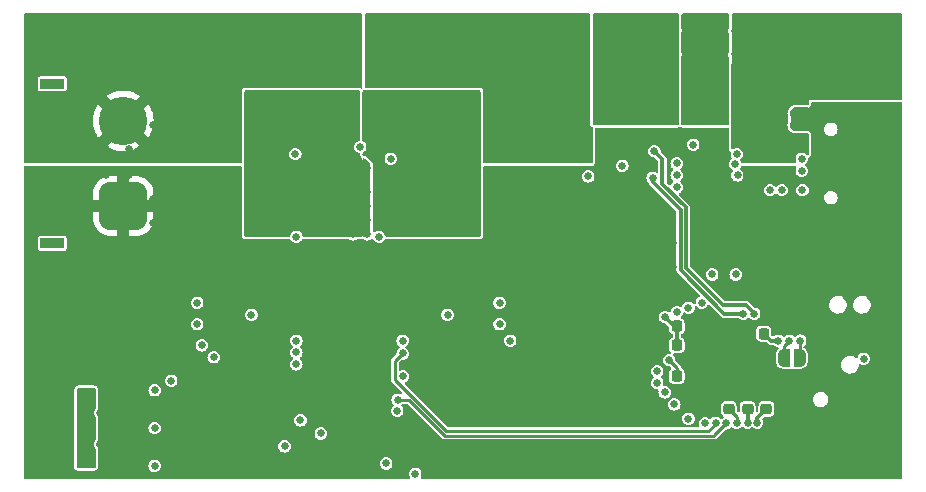
<source format=gbr>
%TF.GenerationSoftware,KiCad,Pcbnew,7.0.8*%
%TF.CreationDate,2024-04-29T11:53:12-04:00*%
%TF.ProjectId,PD Charger,50442043-6861-4726-9765-722e6b696361,rev?*%
%TF.SameCoordinates,Original*%
%TF.FileFunction,Copper,L4,Bot*%
%TF.FilePolarity,Positive*%
%FSLAX46Y46*%
G04 Gerber Fmt 4.6, Leading zero omitted, Abs format (unit mm)*
G04 Created by KiCad (PCBNEW 7.0.8) date 2024-04-29 11:53:12*
%MOMM*%
%LPD*%
G01*
G04 APERTURE LIST*
G04 Aperture macros list*
%AMRoundRect*
0 Rectangle with rounded corners*
0 $1 Rounding radius*
0 $2 $3 $4 $5 $6 $7 $8 $9 X,Y pos of 4 corners*
0 Add a 4 corners polygon primitive as box body*
4,1,4,$2,$3,$4,$5,$6,$7,$8,$9,$2,$3,0*
0 Add four circle primitives for the rounded corners*
1,1,$1+$1,$2,$3*
1,1,$1+$1,$4,$5*
1,1,$1+$1,$6,$7*
1,1,$1+$1,$8,$9*
0 Add four rect primitives between the rounded corners*
20,1,$1+$1,$2,$3,$4,$5,0*
20,1,$1+$1,$4,$5,$6,$7,0*
20,1,$1+$1,$6,$7,$8,$9,0*
20,1,$1+$1,$8,$9,$2,$3,0*%
%AMFreePoly0*
4,1,19,0.500000,-0.750000,0.000000,-0.750000,0.000000,-0.744911,-0.071157,-0.744911,-0.207708,-0.704816,-0.327430,-0.627875,-0.420627,-0.520320,-0.479746,-0.390866,-0.500000,-0.250000,-0.500000,0.250000,-0.479746,0.390866,-0.420627,0.520320,-0.327430,0.627875,-0.207708,0.704816,-0.071157,0.744911,0.000000,0.744911,0.000000,0.750000,0.500000,0.750000,0.500000,-0.750000,0.500000,-0.750000,
$1*%
%AMFreePoly1*
4,1,19,0.000000,0.744911,0.071157,0.744911,0.207708,0.704816,0.327430,0.627875,0.420627,0.520320,0.479746,0.390866,0.500000,0.250000,0.500000,-0.250000,0.479746,-0.390866,0.420627,-0.520320,0.327430,-0.627875,0.207708,-0.704816,0.071157,-0.744911,0.000000,-0.744911,0.000000,-0.750000,-0.500000,-0.750000,-0.500000,0.750000,0.000000,0.750000,0.000000,0.744911,0.000000,0.744911,
$1*%
G04 Aperture macros list end*
%TA.AperFunction,ComponentPad*%
%ADD10O,2.100000X1.000000*%
%TD*%
%TA.AperFunction,ComponentPad*%
%ADD11O,1.800000X1.000000*%
%TD*%
%TA.AperFunction,ComponentPad*%
%ADD12R,2.000000X0.900000*%
%TD*%
%TA.AperFunction,ComponentPad*%
%ADD13RoundRect,1.025000X1.025000X-1.025000X1.025000X1.025000X-1.025000X1.025000X-1.025000X-1.025000X0*%
%TD*%
%TA.AperFunction,ComponentPad*%
%ADD14C,4.100000*%
%TD*%
%TA.AperFunction,SMDPad,CuDef*%
%ADD15RoundRect,0.250000X-0.700000X1.950000X-0.700000X-1.950000X0.700000X-1.950000X0.700000X1.950000X0*%
%TD*%
%TA.AperFunction,SMDPad,CuDef*%
%ADD16RoundRect,0.250000X0.475000X-0.250000X0.475000X0.250000X-0.475000X0.250000X-0.475000X-0.250000X0*%
%TD*%
%TA.AperFunction,SMDPad,CuDef*%
%ADD17RoundRect,0.225000X0.250000X-0.225000X0.250000X0.225000X-0.250000X0.225000X-0.250000X-0.225000X0*%
%TD*%
%TA.AperFunction,SMDPad,CuDef*%
%ADD18FreePoly0,0.000000*%
%TD*%
%TA.AperFunction,SMDPad,CuDef*%
%ADD19FreePoly1,0.000000*%
%TD*%
%TA.AperFunction,SMDPad,CuDef*%
%ADD20RoundRect,0.225000X-0.225000X-0.250000X0.225000X-0.250000X0.225000X0.250000X-0.225000X0.250000X0*%
%TD*%
%TA.AperFunction,SMDPad,CuDef*%
%ADD21RoundRect,0.250000X-0.250000X-0.475000X0.250000X-0.475000X0.250000X0.475000X-0.250000X0.475000X0*%
%TD*%
%TA.AperFunction,SMDPad,CuDef*%
%ADD22R,3.825000X12.320000*%
%TD*%
%TA.AperFunction,SMDPad,CuDef*%
%ADD23RoundRect,0.225000X0.225000X0.250000X-0.225000X0.250000X-0.225000X-0.250000X0.225000X-0.250000X0*%
%TD*%
%TA.AperFunction,ViaPad*%
%ADD24C,0.650000*%
%TD*%
%TA.AperFunction,Conductor*%
%ADD25C,0.250000*%
%TD*%
%TA.AperFunction,Conductor*%
%ADD26C,0.300000*%
%TD*%
G04 APERTURE END LIST*
D10*
%TO.P,J1,S1,SHIELD*%
%TO.N,GND*%
X80145000Y-29320000D03*
D11*
X84325000Y-29320000D03*
D10*
X80145000Y-20680000D03*
D11*
X84325000Y-20680000D03*
%TD*%
D12*
%TO.P,J3,*%
%TO.N,*%
X14750000Y-31750000D03*
X14750000Y-18250000D03*
D13*
%TO.P,J3,1,Pin_1*%
%TO.N,GND*%
X20750000Y-28600000D03*
D14*
%TO.P,J3,2,Pin_2*%
%TO.N,VS*%
X20750000Y-21400000D03*
%TD*%
D15*
%TO.P,C2,1*%
%TO.N,IS*%
X57000000Y-20650000D03*
%TO.P,C2,2*%
%TO.N,GND*%
X57000000Y-29350000D03*
%TD*%
%TO.P,C1,1*%
%TO.N,VS*%
X25000000Y-20650000D03*
%TO.P,C1,2*%
%TO.N,GND*%
X25000000Y-29350000D03*
%TD*%
D16*
%TO.P,C22,1*%
%TO.N,GND*%
X74000000Y-25950000D03*
%TO.P,C22,2*%
%TO.N,/VBUS*%
X74000000Y-24050000D03*
%TD*%
D17*
%TO.P,C26,1*%
%TO.N,/VREF+*%
X72000000Y-45775000D03*
%TO.P,C26,2*%
%TO.N,GND*%
X72000000Y-44225000D03*
%TD*%
D18*
%TO.P,JP4,1,A*%
%TO.N,/USB_DP*%
X76700000Y-41450000D03*
D19*
%TO.P,JP4,2,B*%
%TO.N,/USB_DN*%
X78000000Y-41450000D03*
%TD*%
D20*
%TO.P,C12,1*%
%TO.N,+3V3*%
X67625000Y-40400000D03*
%TO.P,C12,2*%
%TO.N,GND*%
X69175000Y-40400000D03*
%TD*%
%TO.P,C13,1*%
%TO.N,+3V3*%
X67625000Y-38800000D03*
%TO.P,C13,2*%
%TO.N,GND*%
X69175000Y-38800000D03*
%TD*%
%TO.P,C11,1*%
%TO.N,/~{RST}*%
X67625000Y-43000000D03*
%TO.P,C11,2*%
%TO.N,GND*%
X69175000Y-43000000D03*
%TD*%
D17*
%TO.P,C25,1*%
%TO.N,+3V3*%
X73600000Y-45775000D03*
%TO.P,C25,2*%
%TO.N,GND*%
X73600000Y-44225000D03*
%TD*%
D21*
%TO.P,C30,1*%
%TO.N,GND*%
X15850000Y-44800000D03*
%TO.P,C30,2*%
%TO.N,VS*%
X17750000Y-44800000D03*
%TD*%
D22*
%TO.P,L1,1,1*%
%TO.N,LS*%
X32877500Y-25000000D03*
%TO.P,L1,2,2*%
%TO.N,SW2*%
X49122500Y-25000000D03*
%TD*%
D17*
%TO.P,C24,1*%
%TO.N,+3V3*%
X75200000Y-45775000D03*
%TO.P,C24,2*%
%TO.N,GND*%
X75200000Y-44225000D03*
%TD*%
D21*
%TO.P,C31,1*%
%TO.N,GND*%
X15850000Y-50000000D03*
%TO.P,C31,2*%
%TO.N,VS*%
X17750000Y-50000000D03*
%TD*%
D23*
%TO.P,C23,1*%
%TO.N,+3V3*%
X74975000Y-39400000D03*
%TO.P,C23,2*%
%TO.N,GND*%
X73425000Y-39400000D03*
%TD*%
D24*
%TO.N,VD*%
X53500000Y-40000000D03*
%TO.N,GND*%
X33500000Y-43000000D03*
X33500000Y-45000000D03*
X29400500Y-44500000D03*
X28000000Y-44500000D03*
X26500000Y-44500000D03*
X73600000Y-44225000D03*
X69800000Y-44225000D03*
X73600000Y-40200000D03*
X69800000Y-40200000D03*
X71725000Y-42370000D03*
X41150500Y-45000000D03*
X38800000Y-45000000D03*
X41300000Y-43000000D03*
X38800000Y-43000000D03*
X41300000Y-41000000D03*
X38800000Y-41000000D03*
X41300000Y-39000000D03*
X38800000Y-39000000D03*
%TO.N,SW1*%
X31600000Y-37800000D03*
X35400000Y-40000000D03*
X40800000Y-23600000D03*
%TO.N,SW2*%
X45200000Y-25400000D03*
X44600000Y-24600000D03*
X46400000Y-25400000D03*
X42800000Y-25400000D03*
X44000000Y-25400000D03*
X42400000Y-28000000D03*
X48200000Y-37800000D03*
X45800000Y-24600000D03*
X46600000Y-23600000D03*
X42200000Y-24600000D03*
X42200000Y-21800000D03*
X42400000Y-29600000D03*
X47000000Y-24600000D03*
X46600000Y-26400000D03*
X42200000Y-20200000D03*
%TO.N,GND*%
X29250000Y-28000000D03*
X75200000Y-47400000D03*
X67250000Y-33750000D03*
X59000000Y-31500000D03*
X55250000Y-28000000D03*
X23250000Y-34000000D03*
X31400000Y-47200000D03*
X83250000Y-31750000D03*
X79250000Y-35750000D03*
X75200000Y-35800000D03*
X13600000Y-48800000D03*
X15250000Y-34000000D03*
X53250000Y-34000000D03*
X55250000Y-34000000D03*
X79250000Y-31750000D03*
X59000000Y-35000000D03*
X17250000Y-36000000D03*
X13250000Y-36000000D03*
X17250000Y-28000000D03*
X53250000Y-30000000D03*
X27250000Y-30000000D03*
X43250000Y-32000000D03*
X23250000Y-32000000D03*
X15250000Y-30000000D03*
X69000000Y-26600000D03*
X55250000Y-32000000D03*
X73250000Y-31750000D03*
X13600000Y-46600000D03*
X37250000Y-34000000D03*
X27250000Y-26000000D03*
X23250000Y-28000000D03*
X77500000Y-21750000D03*
X69800000Y-42370000D03*
X13250000Y-30000000D03*
X29250000Y-30000000D03*
X27250000Y-34000000D03*
X85250000Y-33750000D03*
X81250000Y-35750000D03*
X19250000Y-32000000D03*
X43250000Y-34000000D03*
X15250000Y-28000000D03*
X85250000Y-35750000D03*
X31250000Y-32000000D03*
X59000000Y-30250000D03*
X71250000Y-31750000D03*
X71725000Y-44225000D03*
X25250000Y-34000000D03*
X20400000Y-45000000D03*
X62000000Y-31500000D03*
X21250000Y-34000000D03*
X65250000Y-35750000D03*
X21250000Y-32000000D03*
X18775500Y-46101019D03*
X77250000Y-33750000D03*
X55250000Y-30000000D03*
X27250000Y-28000000D03*
X77000000Y-29250000D03*
X25250000Y-32000000D03*
X47500000Y-34000000D03*
X23250000Y-36000000D03*
X77250000Y-35750000D03*
X75500000Y-28500000D03*
X33250000Y-34000000D03*
X85250000Y-31750000D03*
X20400000Y-50024500D03*
X19250000Y-36000000D03*
X77200000Y-46000000D03*
X35250000Y-32500000D03*
X53250000Y-32000000D03*
X23250000Y-26000000D03*
X83250000Y-35750000D03*
X19250000Y-34000000D03*
X37250000Y-32000000D03*
X78500000Y-21750000D03*
X25250000Y-26000000D03*
X77250000Y-31750000D03*
X21250000Y-26000000D03*
X62000000Y-33750000D03*
X77500000Y-20750000D03*
X27250000Y-32000000D03*
X17250000Y-26000000D03*
X17250000Y-32000000D03*
X13250000Y-28000000D03*
X77200000Y-44000000D03*
X81250000Y-31750000D03*
X51250000Y-32000000D03*
X83250000Y-33750000D03*
X23250000Y-30000000D03*
X20400000Y-43400000D03*
X20400000Y-50800000D03*
X75250000Y-33750000D03*
X69250000Y-31750000D03*
X62000000Y-35000000D03*
X67250000Y-35750000D03*
X15250000Y-36000000D03*
X29250000Y-32000000D03*
X31400000Y-48800000D03*
X18775500Y-48775500D03*
X79250000Y-33750000D03*
X42000000Y-49800000D03*
X71800000Y-26600000D03*
X77200000Y-38000000D03*
X65250000Y-33750000D03*
X71250000Y-33750000D03*
X67250000Y-31750000D03*
X78000000Y-29250000D03*
X65250000Y-31750000D03*
X69250000Y-33750000D03*
X13600000Y-50400000D03*
X15250000Y-26000000D03*
X21250000Y-36000000D03*
X25250000Y-30000000D03*
X81250000Y-33750000D03*
X29250000Y-26000000D03*
X59037500Y-32600000D03*
X71725000Y-40200000D03*
X73250000Y-33750000D03*
X53250000Y-28000000D03*
X35250000Y-34000000D03*
X41250000Y-34000000D03*
X77500000Y-28500000D03*
X13250000Y-34000000D03*
X45500000Y-34000000D03*
X73600000Y-42370000D03*
X20400000Y-44200000D03*
X75250000Y-31750000D03*
X17250000Y-34000000D03*
X78000000Y-21250000D03*
X45500000Y-32000000D03*
X78500000Y-20750000D03*
X61962500Y-32600000D03*
X41250000Y-32000000D03*
X70405000Y-25000000D03*
X19250000Y-26000000D03*
X62000000Y-30250000D03*
X67600000Y-22449500D03*
X25250000Y-28000000D03*
X13250000Y-26000000D03*
X59000000Y-33750000D03*
X76500000Y-28500000D03*
X17250000Y-30000000D03*
X25250000Y-36000000D03*
%TO.N,/VCTRLI*%
X67400000Y-45400000D03*
X34400000Y-48950500D03*
%TO.N,/~{RST}*%
X66959266Y-41640734D03*
%TO.N,+3V3*%
X66600000Y-38000000D03*
X73600000Y-46943156D03*
X83450000Y-41525000D03*
X76200000Y-40000000D03*
X23400000Y-44200000D03*
X72551394Y-25035923D03*
X74400000Y-46943156D03*
X23400000Y-50600000D03*
X23400000Y-47400000D03*
X69000000Y-23400000D03*
%TO.N,LS*%
X41400000Y-25400000D03*
X40200000Y-28600000D03*
X41400000Y-31000000D03*
X40800000Y-26400000D03*
X40200000Y-27400000D03*
X40800000Y-30400000D03*
X41400000Y-28600000D03*
X40200000Y-25400000D03*
X40800000Y-29200000D03*
X40800000Y-28000000D03*
X40200000Y-31000000D03*
X41400000Y-29800000D03*
X40200000Y-29800000D03*
X35400000Y-41000000D03*
X41400000Y-27400000D03*
%TO.N,/G1*%
X35400000Y-31200000D03*
X27000000Y-36800000D03*
%TO.N,VS*%
X17990734Y-45609266D03*
X31250000Y-17750000D03*
X13250000Y-21750000D03*
X15250000Y-15750000D03*
X35250000Y-17750000D03*
X13250000Y-23750000D03*
X17250000Y-17750000D03*
X37250000Y-13750000D03*
X15250000Y-21750000D03*
X31250000Y-13750000D03*
X21250000Y-15750000D03*
X15250000Y-19750000D03*
X19250000Y-13750000D03*
X27250000Y-21750000D03*
X21250000Y-23750000D03*
X31250000Y-15750000D03*
X33250000Y-15750000D03*
X35250000Y-13750000D03*
X19250000Y-23750000D03*
X35250000Y-15750000D03*
X13250000Y-15750000D03*
X33250000Y-13750000D03*
X23250000Y-23750000D03*
X37250000Y-17750000D03*
X25250000Y-17750000D03*
X17250000Y-19750000D03*
X27400000Y-40400000D03*
X33250000Y-17750000D03*
X37250000Y-15750000D03*
X29250000Y-17750000D03*
X29250000Y-13750000D03*
X39250000Y-15750000D03*
X28400000Y-41400000D03*
X21250000Y-13750000D03*
X15250000Y-13750000D03*
X17250000Y-23750000D03*
X25250000Y-15750000D03*
X17200000Y-45600000D03*
X19250000Y-17750000D03*
X39250000Y-17750000D03*
X27250000Y-17750000D03*
X29250000Y-21750000D03*
X27250000Y-13750000D03*
X17250000Y-21750000D03*
X27250000Y-19750000D03*
X23250000Y-21750000D03*
X29250000Y-19750000D03*
X25250000Y-13750000D03*
X17250000Y-15750000D03*
X17250000Y-13750000D03*
X27250000Y-15750000D03*
X29250000Y-15750000D03*
X18000000Y-49200000D03*
X15250000Y-23750000D03*
X23250000Y-17750000D03*
X23250000Y-13750000D03*
X23250000Y-19750000D03*
X17200000Y-49200000D03*
X23250000Y-15750000D03*
X13250000Y-19750000D03*
X19250000Y-15750000D03*
X13250000Y-13750000D03*
X35400000Y-42000000D03*
X39250000Y-13750000D03*
X21250000Y-17750000D03*
%TO.N,/G2*%
X27000000Y-38600000D03*
X35314500Y-24200000D03*
%TO.N,/G3*%
X52600000Y-36800000D03*
X42400000Y-31200000D03*
%TO.N,IS*%
X45000000Y-15750000D03*
X59250000Y-13750000D03*
X55250000Y-15750000D03*
X55250000Y-19750000D03*
X55250000Y-21750000D03*
X49250000Y-17750000D03*
X43000000Y-17750000D03*
X51250000Y-15750000D03*
X57250000Y-15750000D03*
X57250000Y-13750000D03*
X43000000Y-15750000D03*
X55250000Y-17750000D03*
X59000000Y-17500000D03*
X51250000Y-13750000D03*
X35750000Y-46750000D03*
X43000000Y-13750000D03*
X45000000Y-13750000D03*
X45000000Y-17750000D03*
X47000000Y-13750000D03*
X53250000Y-15750000D03*
X49250000Y-13750000D03*
X53250000Y-21750000D03*
X59250000Y-15750000D03*
X51250000Y-17750000D03*
X53250000Y-17750000D03*
X53250000Y-19750000D03*
X47000000Y-15750000D03*
X47000000Y-17750000D03*
X53250000Y-13750000D03*
X49250000Y-15750000D03*
X55250000Y-13750000D03*
%TO.N,/G4*%
X52600000Y-38600000D03*
X43400000Y-24600000D03*
%TO.N,VD*%
X43940734Y-45940734D03*
X61250000Y-19750000D03*
X62000000Y-17500000D03*
X63250000Y-15750000D03*
X67500000Y-13750000D03*
X62250000Y-20750000D03*
X63250000Y-19750000D03*
X61250000Y-15750000D03*
X67500000Y-15750000D03*
X61250000Y-13750000D03*
X63250000Y-17750000D03*
X44400000Y-40000000D03*
X65250000Y-15750000D03*
X65250000Y-13750000D03*
X63250000Y-13750000D03*
X62250000Y-18750000D03*
%TO.N,/FB*%
X60100500Y-26100000D03*
X44400000Y-43035750D03*
%TO.N,/CC1*%
X70600000Y-34400000D03*
X72750500Y-26000000D03*
%TO.N,/USB_DP*%
X77150000Y-40000000D03*
X78200000Y-24600000D03*
%TO.N,/CC2*%
X72692734Y-24198261D03*
X72600000Y-34400000D03*
%TO.N,/INT_N*%
X67600000Y-25000000D03*
X67600000Y-37600000D03*
%TO.N,/SCL*%
X68600000Y-37200000D03*
X67600000Y-26000000D03*
%TO.N,/SDA*%
X69734082Y-36781593D03*
X67600000Y-27000000D03*
%TO.N,/VIN_SENSE*%
X65950500Y-42600000D03*
X24800000Y-43400000D03*
%TO.N,/VOUT_SENSE*%
X63000000Y-25200000D03*
X65949500Y-43580680D03*
%TO.N,/VCTRLV*%
X37475500Y-47860120D03*
X66581114Y-44381114D03*
%TO.N,/VADJ*%
X70012679Y-47008592D03*
X45462786Y-51274500D03*
%TO.N,/~{RUN}*%
X68600000Y-46600000D03*
X43000000Y-50400000D03*
%TO.N,/OUTDIS*%
X65710206Y-23950500D03*
X74157591Y-37724500D03*
%TO.N,/LOADEN*%
X73228835Y-37724500D03*
X65572700Y-26200000D03*
%TO.N,/ISMON*%
X43975500Y-45000000D03*
X71800000Y-47000000D03*
%TO.N,/SYNC*%
X70915982Y-46965485D03*
X44400000Y-41086750D03*
%TO.N,/COM_S*%
X70250000Y-19000000D03*
X70250000Y-17750000D03*
X70250000Y-16500000D03*
X70250000Y-20250000D03*
%TO.N,/VBUS*%
X77500000Y-22750000D03*
X78500000Y-17750000D03*
X82500000Y-13750000D03*
X72500000Y-13750000D03*
X82500000Y-17750000D03*
X80500000Y-17750000D03*
X75500000Y-23500000D03*
X78250000Y-27250000D03*
X78500000Y-15750000D03*
X76500000Y-13750000D03*
X80500000Y-15750000D03*
X75500000Y-24250000D03*
X76500000Y-22750000D03*
X76500000Y-23500000D03*
X74500000Y-15750000D03*
X84500000Y-15750000D03*
X76500000Y-15750000D03*
X84500000Y-13750000D03*
X76500000Y-27250000D03*
X84500000Y-17750000D03*
X82500000Y-15750000D03*
X80500000Y-13750000D03*
X74500000Y-13750000D03*
X75500000Y-22750000D03*
X75500000Y-27250000D03*
X72500000Y-15750000D03*
X78500000Y-13750000D03*
%TO.N,/USB_DN*%
X78050000Y-40000000D03*
X78200000Y-25600000D03*
%TO.N,/VREF+*%
X72677536Y-46974580D03*
%TD*%
D25*
%TO.N,/~{RST}*%
X67625000Y-43000000D02*
X67625000Y-42306468D01*
X67625000Y-42306468D02*
X66959266Y-41640734D01*
D26*
%TO.N,+3V3*%
X73600000Y-46943156D02*
X73600000Y-45775000D01*
X76200000Y-40004595D02*
X76200000Y-40000000D01*
X76200000Y-40000000D02*
X75575000Y-40000000D01*
X74400000Y-46575000D02*
X75200000Y-45775000D01*
X75575000Y-40000000D02*
X74975000Y-39400000D01*
X67625000Y-38800000D02*
X67400000Y-38800000D01*
X74400000Y-46943156D02*
X74400000Y-46575000D01*
X67400000Y-38800000D02*
X66600000Y-38000000D01*
X67625000Y-40400000D02*
X67625000Y-38800000D01*
D25*
%TO.N,/USB_DP*%
X76700000Y-41450000D02*
X76700000Y-40450000D01*
X76700000Y-40450000D02*
X77150000Y-40000000D01*
D26*
%TO.N,/OUTDIS*%
X66400000Y-24640294D02*
X65710206Y-23950500D01*
X74157591Y-37698661D02*
X73458930Y-37000000D01*
X73458930Y-37000000D02*
X71510954Y-37000000D01*
X71510954Y-37000000D02*
X68352000Y-33841046D01*
X68352000Y-33841046D02*
X68352000Y-28706595D01*
X74157591Y-37724500D02*
X74157591Y-37698661D01*
X66400000Y-26754595D02*
X66400000Y-24640294D01*
X68352000Y-28706595D02*
X66400000Y-26754595D01*
%TO.N,/LOADEN*%
X65572700Y-26200000D02*
X65572700Y-26572700D01*
X65572700Y-26572700D02*
X67925000Y-28925000D01*
X67925000Y-34017916D02*
X71631584Y-37724500D01*
X67925000Y-28925000D02*
X67925000Y-34017916D01*
X71631584Y-37724500D02*
X73228835Y-37724500D01*
D25*
%TO.N,/ISMON*%
X47947444Y-48035592D02*
X70764408Y-48035592D01*
X71800000Y-47000000D02*
X70800000Y-48000000D01*
X43975500Y-45000000D02*
X44911852Y-45000000D01*
X47947444Y-48035592D02*
X44911852Y-45000000D01*
X70800000Y-48000000D02*
X70764408Y-48035592D01*
%TO.N,/SYNC*%
X70915982Y-46965485D02*
X70915982Y-47024528D01*
X43750000Y-43304989D02*
X43750000Y-41736750D01*
X48103603Y-47658592D02*
X43750000Y-43304989D01*
X43750000Y-41736750D02*
X44400000Y-41086750D01*
X48103603Y-47658592D02*
X70281918Y-47658592D01*
X70915982Y-47024528D02*
X70281918Y-47658592D01*
%TO.N,/USB_DN*%
X78000000Y-41450000D02*
X78000000Y-40050000D01*
X78000000Y-40050000D02*
X78050000Y-40000000D01*
%TO.N,/VREF+*%
X72677536Y-46452536D02*
X72000000Y-45775000D01*
X72677536Y-46974580D02*
X72677536Y-46452536D01*
%TD*%
%TA.AperFunction,Conductor*%
%TO.N,IS*%
G36*
X60237539Y-12320185D02*
G01*
X60283294Y-12372989D01*
X60294500Y-12424500D01*
X60294500Y-21641002D01*
X60297029Y-21673142D01*
X60297029Y-21673143D01*
X60302364Y-21706828D01*
X60303136Y-21711371D01*
X60303137Y-21711377D01*
X60339081Y-21795473D01*
X60376577Y-21847082D01*
X60378677Y-21849972D01*
X60402918Y-21877718D01*
X60439599Y-21899633D01*
X60487052Y-21950914D01*
X60500000Y-22006081D01*
X60500000Y-24876000D01*
X60480315Y-24943039D01*
X60427511Y-24988794D01*
X60376000Y-25000000D01*
X51359500Y-25000000D01*
X51292461Y-24980315D01*
X51246706Y-24927511D01*
X51235500Y-24876000D01*
X51235500Y-18820249D01*
X51235499Y-18820247D01*
X51223868Y-18761770D01*
X51223867Y-18761769D01*
X51179552Y-18695447D01*
X51113230Y-18651132D01*
X51113229Y-18651131D01*
X51054752Y-18639500D01*
X51052080Y-18639237D01*
X51049744Y-18638504D01*
X51048774Y-18638311D01*
X51048794Y-18638206D01*
X51007363Y-18625203D01*
X51007361Y-18625209D01*
X51007302Y-18625184D01*
X51003694Y-18624052D01*
X51000939Y-18622511D01*
X51000938Y-18622510D01*
X51000937Y-18622510D01*
X50969530Y-18613288D01*
X50933903Y-18602826D01*
X50933899Y-18602825D01*
X50933898Y-18602825D01*
X50876000Y-18594500D01*
X50875996Y-18594500D01*
X41329500Y-18594500D01*
X41262461Y-18574815D01*
X41216706Y-18522011D01*
X41205500Y-18470500D01*
X41205500Y-12424500D01*
X41225185Y-12357461D01*
X41277989Y-12311706D01*
X41329500Y-12300500D01*
X60170500Y-12300500D01*
X60237539Y-12320185D01*
G37*
%TD.AperFunction*%
%TD*%
%TA.AperFunction,Conductor*%
%TO.N,VS*%
G36*
X40959191Y-12319407D02*
G01*
X40995155Y-12368907D01*
X41000000Y-12399500D01*
X41000000Y-18563392D01*
X40981093Y-18621583D01*
X40947543Y-18650769D01*
X40943212Y-18653076D01*
X40882964Y-18663746D01*
X40848340Y-18652101D01*
X40795438Y-18622510D01*
X40795437Y-18622509D01*
X40728404Y-18602826D01*
X40728395Y-18602824D01*
X40682184Y-18596180D01*
X40670500Y-18594500D01*
X31124000Y-18594500D01*
X31092797Y-18597855D01*
X31080314Y-18599197D01*
X31028806Y-18610402D01*
X31018629Y-18612889D01*
X31018622Y-18612892D01*
X30990517Y-18627869D01*
X30949986Y-18637994D01*
X30950088Y-18639024D01*
X30945241Y-18639501D01*
X30886772Y-18651132D01*
X30886766Y-18651134D01*
X30820451Y-18695445D01*
X30820445Y-18695451D01*
X30776134Y-18761766D01*
X30776132Y-18761772D01*
X30764501Y-18820241D01*
X30764500Y-18820253D01*
X30764500Y-24901000D01*
X30745593Y-24959191D01*
X30696093Y-24995155D01*
X30665500Y-25000000D01*
X12399500Y-25000000D01*
X12341309Y-24981093D01*
X12305345Y-24931593D01*
X12300500Y-24901000D01*
X12300500Y-21400000D01*
X18194958Y-21400000D01*
X18215105Y-21720237D01*
X18275227Y-22035404D01*
X18275230Y-22035414D01*
X18374384Y-22340580D01*
X18511000Y-22630900D01*
X18511001Y-22630903D01*
X18627855Y-22815035D01*
X19509270Y-21933619D01*
X19576400Y-22077578D01*
X19711890Y-22271078D01*
X19878922Y-22438110D01*
X20072422Y-22573600D01*
X20216377Y-22640728D01*
X19333952Y-23523153D01*
X19380935Y-23557289D01*
X19380948Y-23557297D01*
X19662119Y-23711872D01*
X19960448Y-23829988D01*
X20271237Y-23909785D01*
X20589568Y-23950000D01*
X20910432Y-23950000D01*
X21228762Y-23909785D01*
X21539551Y-23829988D01*
X21837880Y-23711872D01*
X22119067Y-23557288D01*
X22119069Y-23557287D01*
X22166046Y-23523155D01*
X22166046Y-23523154D01*
X21283620Y-22640728D01*
X21427578Y-22573600D01*
X21621078Y-22438110D01*
X21788110Y-22271078D01*
X21923600Y-22077579D01*
X21990728Y-21933620D01*
X22872143Y-22815035D01*
X22988998Y-22630903D01*
X22988999Y-22630900D01*
X23125615Y-22340580D01*
X23224769Y-22035414D01*
X23224772Y-22035404D01*
X23284894Y-21720237D01*
X23305041Y-21400000D01*
X23284894Y-21079762D01*
X23224772Y-20764595D01*
X23224769Y-20764585D01*
X23125615Y-20459419D01*
X22989001Y-20169103D01*
X22872143Y-19984963D01*
X21990728Y-20866377D01*
X21923600Y-20722422D01*
X21788110Y-20528922D01*
X21621078Y-20361890D01*
X21427578Y-20226400D01*
X21283619Y-20159270D01*
X22166045Y-19276845D01*
X22119049Y-19242699D01*
X21837885Y-19088129D01*
X21837882Y-19088127D01*
X21539551Y-18970011D01*
X21228762Y-18890214D01*
X20910432Y-18850000D01*
X20589568Y-18850000D01*
X20271237Y-18890214D01*
X19960448Y-18970011D01*
X19662117Y-19088127D01*
X19662114Y-19088129D01*
X19380952Y-19242699D01*
X19380937Y-19242708D01*
X19333952Y-19276844D01*
X20216379Y-20159271D01*
X20072422Y-20226400D01*
X19878922Y-20361890D01*
X19711890Y-20528922D01*
X19576400Y-20722421D01*
X19509271Y-20866379D01*
X18627855Y-19984963D01*
X18511007Y-20169085D01*
X18511000Y-20169098D01*
X18374384Y-20459419D01*
X18275230Y-20764585D01*
X18275227Y-20764595D01*
X18215105Y-21079762D01*
X18194958Y-21400000D01*
X12300500Y-21400000D01*
X12300500Y-18719746D01*
X13549500Y-18719746D01*
X13549501Y-18719758D01*
X13561132Y-18778227D01*
X13561134Y-18778233D01*
X13594926Y-18828805D01*
X13605448Y-18844552D01*
X13671769Y-18888867D01*
X13716231Y-18897711D01*
X13730241Y-18900498D01*
X13730246Y-18900498D01*
X13730252Y-18900500D01*
X13730253Y-18900500D01*
X15769747Y-18900500D01*
X15769748Y-18900500D01*
X15828231Y-18888867D01*
X15894552Y-18844552D01*
X15938867Y-18778231D01*
X15950500Y-18719748D01*
X15950500Y-17780252D01*
X15938867Y-17721769D01*
X15894552Y-17655448D01*
X15894548Y-17655445D01*
X15828233Y-17611134D01*
X15828231Y-17611133D01*
X15828228Y-17611132D01*
X15828227Y-17611132D01*
X15769758Y-17599501D01*
X15769748Y-17599500D01*
X13730252Y-17599500D01*
X13730251Y-17599500D01*
X13730241Y-17599501D01*
X13671772Y-17611132D01*
X13671766Y-17611134D01*
X13605451Y-17655445D01*
X13605445Y-17655451D01*
X13561134Y-17721766D01*
X13561132Y-17721772D01*
X13549501Y-17780241D01*
X13549500Y-17780253D01*
X13549500Y-18719746D01*
X12300500Y-18719746D01*
X12300500Y-12399500D01*
X12319407Y-12341309D01*
X12368907Y-12305345D01*
X12399500Y-12300500D01*
X40901000Y-12300500D01*
X40959191Y-12319407D01*
G37*
%TD.AperFunction*%
%TD*%
%TA.AperFunction,Conductor*%
%TO.N,/COM_S*%
G36*
X71997363Y-12321317D02*
G01*
X72036959Y-12375817D01*
X72042292Y-12410086D01*
X72036568Y-13474521D01*
X72028274Y-13515646D01*
X71988025Y-13612817D01*
X71988024Y-13612821D01*
X71969965Y-13749997D01*
X71969965Y-13750002D01*
X71988024Y-13887177D01*
X71988025Y-13887181D01*
X72025343Y-13977277D01*
X72033637Y-14019574D01*
X72025674Y-15500822D01*
X72017380Y-15541947D01*
X71988025Y-15612817D01*
X71988024Y-15612821D01*
X71969965Y-15749997D01*
X71969965Y-15750002D01*
X71988024Y-15887178D01*
X71988027Y-15887188D01*
X72014728Y-15951651D01*
X72023023Y-15993948D01*
X71994500Y-21299448D01*
X71994500Y-21641000D01*
X71973683Y-21705069D01*
X71919183Y-21744665D01*
X71885500Y-21750000D01*
X68109000Y-21750000D01*
X68044931Y-21729183D01*
X68005335Y-21674683D01*
X68000000Y-21641000D01*
X68000000Y-15937772D01*
X68008298Y-15896058D01*
X68011973Y-15887185D01*
X68011975Y-15887178D01*
X68030035Y-15750002D01*
X68030035Y-15749997D01*
X68011975Y-15612822D01*
X68011974Y-15612819D01*
X68011974Y-15612817D01*
X68008297Y-15603939D01*
X68000000Y-15562228D01*
X68000000Y-13937772D01*
X68008298Y-13896058D01*
X68011973Y-13887185D01*
X68011975Y-13887178D01*
X68030035Y-13750002D01*
X68030035Y-13749997D01*
X68011975Y-13612822D01*
X68011974Y-13612819D01*
X68011974Y-13612817D01*
X68008297Y-13603939D01*
X68000000Y-13562228D01*
X68000000Y-12409500D01*
X68020817Y-12345431D01*
X68075317Y-12305835D01*
X68109000Y-12300500D01*
X71933294Y-12300500D01*
X71997363Y-12321317D01*
G37*
%TD.AperFunction*%
%TD*%
%TA.AperFunction,Conductor*%
%TO.N,VD*%
G36*
X67749569Y-12321317D02*
G01*
X67789165Y-12375817D01*
X67794500Y-12409500D01*
X67794500Y-13562227D01*
X67798448Y-13602320D01*
X67798449Y-13602328D01*
X67806744Y-13644024D01*
X67806750Y-13644048D01*
X67807802Y-13647518D01*
X67811558Y-13664914D01*
X67820887Y-13735766D01*
X67820888Y-13764222D01*
X67811559Y-13835085D01*
X67807803Y-13852480D01*
X67806748Y-13855958D01*
X67806746Y-13855965D01*
X67801991Y-13879871D01*
X67798449Y-13897678D01*
X67798449Y-13897681D01*
X67798446Y-13897696D01*
X67794500Y-13937773D01*
X67794500Y-15562227D01*
X67798448Y-15602320D01*
X67798449Y-15602328D01*
X67806744Y-15644024D01*
X67806750Y-15644048D01*
X67807802Y-15647518D01*
X67811558Y-15664914D01*
X67820887Y-15735766D01*
X67820888Y-15764222D01*
X67811559Y-15835085D01*
X67807803Y-15852480D01*
X67806748Y-15855958D01*
X67806746Y-15855965D01*
X67803356Y-15873011D01*
X67798449Y-15897678D01*
X67798449Y-15897681D01*
X67798446Y-15897696D01*
X67794500Y-15937773D01*
X67794500Y-21641000D01*
X67773683Y-21705069D01*
X67719183Y-21744665D01*
X67685500Y-21750000D01*
X60609000Y-21750000D01*
X60544931Y-21729183D01*
X60505335Y-21674683D01*
X60500000Y-21641000D01*
X60500000Y-12409500D01*
X60520817Y-12345431D01*
X60575317Y-12305835D01*
X60609000Y-12300500D01*
X67685500Y-12300500D01*
X67749569Y-12321317D01*
G37*
%TD.AperFunction*%
%TD*%
%TA.AperFunction,Conductor*%
%TO.N,/VBUS*%
G36*
X86654569Y-12321317D02*
G01*
X86694165Y-12375817D01*
X86699500Y-12409500D01*
X86699500Y-19491000D01*
X86678683Y-19555069D01*
X86624183Y-19594665D01*
X86590500Y-19600000D01*
X78800000Y-19600000D01*
X78800000Y-19600001D01*
X78800000Y-19935500D01*
X78779183Y-19999569D01*
X78724683Y-20039165D01*
X78691000Y-20044500D01*
X77541113Y-20044500D01*
X77533048Y-20044817D01*
X77511977Y-20046475D01*
X77434806Y-20068239D01*
X77434800Y-20068241D01*
X77374781Y-20098822D01*
X77322774Y-20136607D01*
X77322760Y-20136619D01*
X77228261Y-20231117D01*
X77133761Y-20325618D01*
X77128696Y-20331098D01*
X77128281Y-20331547D01*
X77114553Y-20347619D01*
X77075377Y-20417574D01*
X77068439Y-20438924D01*
X77051255Y-20471585D01*
X77040976Y-20484981D01*
X76988026Y-20612814D01*
X76988024Y-20612821D01*
X76969965Y-20749997D01*
X76969965Y-20750002D01*
X76988024Y-20887178D01*
X76988026Y-20887185D01*
X77036203Y-21003496D01*
X77044500Y-21045208D01*
X77044500Y-21454793D01*
X77036203Y-21496505D01*
X76988026Y-21612814D01*
X76988024Y-21612821D01*
X76969965Y-21749997D01*
X76969965Y-21750002D01*
X76988024Y-21887178D01*
X76988026Y-21887185D01*
X77040974Y-22015014D01*
X77040978Y-22015021D01*
X77048961Y-22025425D01*
X77067389Y-22062182D01*
X77068236Y-22065186D01*
X77068241Y-22065199D01*
X77098822Y-22125218D01*
X77136607Y-22177225D01*
X77136611Y-22177230D01*
X77136615Y-22177235D01*
X77136620Y-22177240D01*
X77294908Y-22335530D01*
X77297938Y-22338479D01*
X77328934Y-22360076D01*
X77352821Y-22376719D01*
X77352824Y-22376720D01*
X77352830Y-22376724D01*
X77413624Y-22405721D01*
X77413626Y-22405722D01*
X77475265Y-22423980D01*
X77475272Y-22423982D01*
X77585075Y-22438437D01*
X77602492Y-22442200D01*
X77605956Y-22443251D01*
X77605959Y-22443251D01*
X77605964Y-22443253D01*
X77647678Y-22451551D01*
X77647692Y-22451552D01*
X77647696Y-22451553D01*
X77669158Y-22453666D01*
X77687772Y-22455500D01*
X77687774Y-22455500D01*
X78691000Y-22455500D01*
X78755069Y-22476317D01*
X78794665Y-22530817D01*
X78800000Y-22564500D01*
X78800000Y-24197603D01*
X78779183Y-24261672D01*
X78724683Y-24301268D01*
X78657317Y-24301268D01*
X78604525Y-24263959D01*
X78602770Y-24261672D01*
X78574791Y-24225209D01*
X78574786Y-24225205D01*
X78574785Y-24225204D01*
X78465018Y-24140976D01*
X78465014Y-24140974D01*
X78337185Y-24088026D01*
X78337178Y-24088024D01*
X78200003Y-24069965D01*
X78199997Y-24069965D01*
X78062821Y-24088024D01*
X78062814Y-24088026D01*
X77934981Y-24140976D01*
X77825214Y-24225204D01*
X77825204Y-24225214D01*
X77740976Y-24334981D01*
X77688026Y-24462814D01*
X77688024Y-24462821D01*
X77669965Y-24599997D01*
X77669965Y-24600002D01*
X77688024Y-24737178D01*
X77688026Y-24737185D01*
X77734460Y-24849288D01*
X77739745Y-24916446D01*
X77704546Y-24973885D01*
X77642308Y-24999664D01*
X77633757Y-25000000D01*
X73172290Y-25000000D01*
X73108221Y-24979183D01*
X73068625Y-24924683D01*
X73064223Y-24905230D01*
X73063368Y-24898743D01*
X73063367Y-24898737D01*
X73010419Y-24770908D01*
X73010418Y-24770907D01*
X73010418Y-24770906D01*
X73002380Y-24760431D01*
X72979892Y-24696934D01*
X72999023Y-24632341D01*
X73022495Y-24607605D01*
X73067525Y-24573052D01*
X73151758Y-24463279D01*
X73204708Y-24335444D01*
X73209208Y-24301268D01*
X73222769Y-24198263D01*
X73222769Y-24198258D01*
X73204709Y-24061082D01*
X73204707Y-24061075D01*
X73151757Y-23933242D01*
X73067529Y-23823475D01*
X73067528Y-23823474D01*
X73067525Y-23823470D01*
X73067520Y-23823466D01*
X73067519Y-23823465D01*
X72957752Y-23739237D01*
X72957748Y-23739235D01*
X72829919Y-23686287D01*
X72829912Y-23686285D01*
X72692737Y-23668226D01*
X72692731Y-23668226D01*
X72555555Y-23686285D01*
X72555548Y-23686287D01*
X72427718Y-23739236D01*
X72375355Y-23779416D01*
X72311853Y-23801903D01*
X72247262Y-23782770D01*
X72206252Y-23729325D01*
X72200000Y-23692940D01*
X72200000Y-21300000D01*
X72202957Y-20749997D01*
X72247801Y-12408912D01*
X72268962Y-12344958D01*
X72323674Y-12305655D01*
X72356799Y-12300500D01*
X86590500Y-12300500D01*
X86654569Y-12321317D01*
G37*
%TD.AperFunction*%
%TD*%
%TA.AperFunction,Conductor*%
%TO.N,VS*%
G36*
X18343039Y-44019685D02*
G01*
X18388794Y-44072489D01*
X18400000Y-44124000D01*
X18400000Y-45685058D01*
X18380315Y-45752097D01*
X18374376Y-45760544D01*
X18316475Y-45836001D01*
X18263527Y-45963832D01*
X18263526Y-45963837D01*
X18245465Y-46101018D01*
X18245465Y-46101019D01*
X18263526Y-46238200D01*
X18263527Y-46238205D01*
X18316475Y-46366035D01*
X18316476Y-46366037D01*
X18374375Y-46441491D01*
X18399570Y-46506659D01*
X18400000Y-46516978D01*
X18400000Y-48359539D01*
X18380315Y-48426578D01*
X18374376Y-48435025D01*
X18316475Y-48510482D01*
X18263527Y-48638313D01*
X18263526Y-48638318D01*
X18245465Y-48775499D01*
X18245465Y-48775500D01*
X18263526Y-48912681D01*
X18263527Y-48912686D01*
X18316475Y-49040516D01*
X18316476Y-49040518D01*
X18374375Y-49115972D01*
X18399570Y-49181140D01*
X18400000Y-49191459D01*
X18400000Y-50676000D01*
X18380315Y-50743039D01*
X18327511Y-50788794D01*
X18276000Y-50800000D01*
X16924000Y-50800000D01*
X16856961Y-50780315D01*
X16811206Y-50727511D01*
X16800000Y-50676000D01*
X16800000Y-44124000D01*
X16819685Y-44056961D01*
X16872489Y-44011206D01*
X16924000Y-44000000D01*
X18276000Y-44000000D01*
X18343039Y-44019685D01*
G37*
%TD.AperFunction*%
%TD*%
%TA.AperFunction,Conductor*%
%TO.N,SW2*%
G36*
X50943039Y-18819685D02*
G01*
X50988794Y-18872489D01*
X51000000Y-18924000D01*
X51000000Y-31076000D01*
X50980315Y-31143039D01*
X50927511Y-31188794D01*
X50876000Y-31200000D01*
X43038779Y-31200000D01*
X42971740Y-31180315D01*
X42925985Y-31127511D01*
X42915840Y-31092185D01*
X42911974Y-31062817D01*
X42859024Y-30934983D01*
X42774791Y-30825209D01*
X42774789Y-30825208D01*
X42774789Y-30825207D01*
X42665015Y-30740974D01*
X42537186Y-30688027D01*
X42537184Y-30688026D01*
X42537183Y-30688026D01*
X42445727Y-30675985D01*
X42400001Y-30669965D01*
X42399999Y-30669965D01*
X42331408Y-30678995D01*
X42262817Y-30688026D01*
X42262816Y-30688026D01*
X42262813Y-30688027D01*
X42134984Y-30740974D01*
X42134982Y-30740976D01*
X42055669Y-30801835D01*
X41990500Y-30827029D01*
X41922055Y-30812990D01*
X41872065Y-30764176D01*
X41865611Y-30750885D01*
X41864928Y-30749235D01*
X41855500Y-30701809D01*
X41855500Y-30098189D01*
X41864939Y-30050737D01*
X41911974Y-29937183D01*
X41930035Y-29800000D01*
X41911974Y-29662817D01*
X41864937Y-29549260D01*
X41855500Y-29501809D01*
X41855500Y-28898189D01*
X41864939Y-28850737D01*
X41911974Y-28737183D01*
X41930035Y-28600000D01*
X41911974Y-28462817D01*
X41864937Y-28349260D01*
X41855500Y-28301809D01*
X41855500Y-27698189D01*
X41864939Y-27650737D01*
X41911974Y-27537183D01*
X41930035Y-27400000D01*
X41911974Y-27262817D01*
X41864937Y-27149260D01*
X41855500Y-27101809D01*
X41855500Y-25698189D01*
X41864939Y-25650737D01*
X41911974Y-25537183D01*
X41930035Y-25400000D01*
X41911974Y-25262817D01*
X41864937Y-25149260D01*
X41855500Y-25101809D01*
X41855500Y-25047759D01*
X41854671Y-25034724D01*
X41853455Y-25025209D01*
X41849859Y-24997065D01*
X41822298Y-24917495D01*
X41786389Y-24857560D01*
X41749494Y-24812174D01*
X41519639Y-24600000D01*
X42869965Y-24600000D01*
X42888026Y-24737181D01*
X42888027Y-24737186D01*
X42940974Y-24865015D01*
X42940975Y-24865017D01*
X42940976Y-24865018D01*
X43025209Y-24974791D01*
X43134982Y-25059024D01*
X43262817Y-25111974D01*
X43385702Y-25128152D01*
X43399999Y-25130035D01*
X43400000Y-25130035D01*
X43400001Y-25130035D01*
X43412947Y-25128330D01*
X43537183Y-25111974D01*
X43665018Y-25059024D01*
X43774791Y-24974791D01*
X43859024Y-24865018D01*
X43911974Y-24737183D01*
X43930035Y-24600000D01*
X43911974Y-24462817D01*
X43871259Y-24364521D01*
X43859025Y-24334985D01*
X43859024Y-24334984D01*
X43859024Y-24334983D01*
X43774791Y-24225209D01*
X43774789Y-24225208D01*
X43774789Y-24225207D01*
X43665015Y-24140974D01*
X43537186Y-24088027D01*
X43537184Y-24088026D01*
X43537183Y-24088026D01*
X43445727Y-24075985D01*
X43400001Y-24069965D01*
X43399999Y-24069965D01*
X43331408Y-24078995D01*
X43262817Y-24088026D01*
X43262816Y-24088026D01*
X43262813Y-24088027D01*
X43134985Y-24140974D01*
X43025209Y-24225209D01*
X42940974Y-24334985D01*
X42888027Y-24462813D01*
X42888026Y-24462818D01*
X42869965Y-24599999D01*
X42869965Y-24600000D01*
X41519639Y-24600000D01*
X41346278Y-24439975D01*
X41342195Y-24436323D01*
X41290571Y-24402572D01*
X41290569Y-24402571D01*
X41290566Y-24402569D01*
X41227018Y-24373548D01*
X41203550Y-24364521D01*
X41203546Y-24364520D01*
X41113893Y-24357189D01*
X41048681Y-24332106D01*
X41007382Y-24275748D01*
X41000000Y-24233602D01*
X41000000Y-24168153D01*
X41019685Y-24101114D01*
X41058599Y-24064009D01*
X41058570Y-24063971D01*
X41058926Y-24063697D01*
X41062003Y-24060764D01*
X41065008Y-24059027D01*
X41065018Y-24059024D01*
X41174791Y-23974791D01*
X41259024Y-23865018D01*
X41311974Y-23737183D01*
X41330035Y-23600000D01*
X41311974Y-23462817D01*
X41259024Y-23334983D01*
X41174791Y-23225209D01*
X41174789Y-23225208D01*
X41174789Y-23225207D01*
X41065011Y-23140971D01*
X41061995Y-23139230D01*
X41059960Y-23137095D01*
X41058570Y-23136029D01*
X41058736Y-23135812D01*
X41013782Y-23088661D01*
X41000000Y-23031846D01*
X41000000Y-18924000D01*
X41019685Y-18856961D01*
X41072489Y-18811206D01*
X41124000Y-18800000D01*
X50876000Y-18800000D01*
X50943039Y-18819685D01*
G37*
%TD.AperFunction*%
%TD*%
%TA.AperFunction,Conductor*%
%TO.N,GND*%
G36*
X78755069Y-20270817D02*
G01*
X78794665Y-20325317D01*
X78800000Y-20359000D01*
X78800000Y-22141000D01*
X78779183Y-22205069D01*
X78724683Y-22244665D01*
X78691000Y-22250000D01*
X77687772Y-22250000D01*
X77646058Y-22241702D01*
X77637185Y-22238026D01*
X77637178Y-22238024D01*
X77502095Y-22220240D01*
X77441292Y-22191238D01*
X77439248Y-22189248D01*
X77281925Y-22031925D01*
X77251342Y-21971901D01*
X77250000Y-21954850D01*
X77250000Y-20545150D01*
X77270817Y-20481081D01*
X77281925Y-20468075D01*
X77468075Y-20281925D01*
X77528099Y-20251342D01*
X77545150Y-20250000D01*
X78691000Y-20250000D01*
X78755069Y-20270817D01*
G37*
%TD.AperFunction*%
%TD*%
%TA.AperFunction,Conductor*%
%TO.N,LS*%
G36*
X40737539Y-18819685D02*
G01*
X40783294Y-18872489D01*
X40794500Y-18924000D01*
X40794500Y-22961944D01*
X40774815Y-23028983D01*
X40722011Y-23074738D01*
X40686689Y-23084883D01*
X40662816Y-23088026D01*
X40662813Y-23088027D01*
X40534985Y-23140974D01*
X40425209Y-23225209D01*
X40340974Y-23334985D01*
X40288027Y-23462813D01*
X40288026Y-23462818D01*
X40269965Y-23599999D01*
X40269965Y-23600000D01*
X40288026Y-23737181D01*
X40288027Y-23737186D01*
X40340974Y-23865015D01*
X40340975Y-23865017D01*
X40340976Y-23865018D01*
X40425209Y-23974791D01*
X40534982Y-24059024D01*
X40662817Y-24111974D01*
X40686761Y-24115126D01*
X40750658Y-24143392D01*
X40789130Y-24201716D01*
X40794461Y-24232692D01*
X40794500Y-24233602D01*
X40797582Y-24269056D01*
X40800942Y-24288237D01*
X40804963Y-24311199D01*
X40805335Y-24313265D01*
X40841621Y-24397212D01*
X40841622Y-24397213D01*
X40841623Y-24397215D01*
X40882922Y-24453573D01*
X40892435Y-24465015D01*
X40898996Y-24472905D01*
X40951257Y-24508017D01*
X40974907Y-24523907D01*
X41000000Y-24533558D01*
X41000000Y-31200000D01*
X36038779Y-31200000D01*
X35971740Y-31180315D01*
X35925985Y-31127511D01*
X35915840Y-31092185D01*
X35911974Y-31062817D01*
X35859024Y-30934983D01*
X35774791Y-30825209D01*
X35774789Y-30825208D01*
X35774789Y-30825207D01*
X35665015Y-30740974D01*
X35537186Y-30688027D01*
X35537184Y-30688026D01*
X35537183Y-30688026D01*
X35445727Y-30675985D01*
X35400001Y-30669965D01*
X35399999Y-30669965D01*
X35331408Y-30678995D01*
X35262817Y-30688026D01*
X35262816Y-30688026D01*
X35262813Y-30688027D01*
X35134985Y-30740974D01*
X35025209Y-30825209D01*
X34940974Y-30934985D01*
X34888027Y-31062813D01*
X34888026Y-31062816D01*
X34888026Y-31062817D01*
X34886291Y-31076000D01*
X34884160Y-31092185D01*
X34855894Y-31156081D01*
X34797570Y-31194553D01*
X34761221Y-31200000D01*
X31124000Y-31200000D01*
X31056961Y-31180315D01*
X31011206Y-31127511D01*
X31000000Y-31076000D01*
X31000000Y-24200000D01*
X34784465Y-24200000D01*
X34799105Y-24311202D01*
X34802526Y-24337181D01*
X34802527Y-24337186D01*
X34855474Y-24465015D01*
X34855475Y-24465017D01*
X34855476Y-24465018D01*
X34939709Y-24574791D01*
X35049482Y-24659024D01*
X35177317Y-24711974D01*
X35300202Y-24728152D01*
X35314499Y-24730035D01*
X35314500Y-24730035D01*
X35314501Y-24730035D01*
X35327447Y-24728330D01*
X35451683Y-24711974D01*
X35579518Y-24659024D01*
X35689291Y-24574791D01*
X35773524Y-24465018D01*
X35826474Y-24337183D01*
X35844535Y-24200000D01*
X35826474Y-24062817D01*
X35773524Y-23934983D01*
X35689291Y-23825209D01*
X35689289Y-23825208D01*
X35689289Y-23825207D01*
X35579515Y-23740974D01*
X35451686Y-23688027D01*
X35451684Y-23688026D01*
X35451683Y-23688026D01*
X35360227Y-23675985D01*
X35314501Y-23669965D01*
X35314499Y-23669965D01*
X35245908Y-23678995D01*
X35177317Y-23688026D01*
X35177316Y-23688026D01*
X35177313Y-23688027D01*
X35049485Y-23740974D01*
X34939709Y-23825209D01*
X34855474Y-23934985D01*
X34802527Y-24062813D01*
X34802526Y-24062816D01*
X34802526Y-24062817D01*
X34784465Y-24200000D01*
X31000000Y-24200000D01*
X31000000Y-18924000D01*
X31019685Y-18856961D01*
X31072489Y-18811206D01*
X31124000Y-18800000D01*
X40670500Y-18800000D01*
X40737539Y-18819685D01*
G37*
%TD.AperFunction*%
%TD*%
%TA.AperFunction,Conductor*%
%TO.N,LS*%
G36*
X41205203Y-24589501D02*
G01*
X41208080Y-24592074D01*
X41610107Y-24963176D01*
X41646016Y-25023111D01*
X41650000Y-25054291D01*
X41650000Y-31076000D01*
X41630315Y-31143039D01*
X41577511Y-31188794D01*
X41526000Y-31200000D01*
X41124000Y-31200000D01*
X41056961Y-31180315D01*
X41011206Y-31127511D01*
X41000000Y-31076000D01*
X41000000Y-24683214D01*
X41019685Y-24616175D01*
X41072489Y-24570420D01*
X41141647Y-24560476D01*
X41205203Y-24589501D01*
G37*
%TD.AperFunction*%
%TD*%
%TA.AperFunction,Conductor*%
%TO.N,GND*%
G36*
X86654569Y-19826317D02*
G01*
X86694165Y-19880817D01*
X86699500Y-19914500D01*
X86699500Y-51590500D01*
X86678683Y-51654569D01*
X86624183Y-51694165D01*
X86590500Y-51699500D01*
X46018238Y-51699500D01*
X45954169Y-51678683D01*
X45914573Y-51624183D01*
X45914573Y-51556817D01*
X45919295Y-51546209D01*
X45919076Y-51546119D01*
X45974759Y-51411685D01*
X45974761Y-51411678D01*
X45992821Y-51274502D01*
X45992821Y-51274497D01*
X45974761Y-51137321D01*
X45974759Y-51137314D01*
X45921809Y-51009481D01*
X45837581Y-50899714D01*
X45837580Y-50899713D01*
X45837577Y-50899709D01*
X45837572Y-50899705D01*
X45837571Y-50899704D01*
X45727804Y-50815476D01*
X45727800Y-50815474D01*
X45599971Y-50762526D01*
X45599964Y-50762524D01*
X45462789Y-50744465D01*
X45462783Y-50744465D01*
X45325607Y-50762524D01*
X45325600Y-50762526D01*
X45197767Y-50815476D01*
X45088000Y-50899704D01*
X45087990Y-50899714D01*
X45003762Y-51009481D01*
X44950812Y-51137314D01*
X44950810Y-51137321D01*
X44932751Y-51274497D01*
X44932751Y-51274502D01*
X44950810Y-51411678D01*
X44950812Y-51411685D01*
X45006496Y-51546119D01*
X45004092Y-51547114D01*
X45015737Y-51601892D01*
X44988338Y-51663434D01*
X44929998Y-51697118D01*
X44907334Y-51699500D01*
X12409500Y-51699500D01*
X12345431Y-51678683D01*
X12305835Y-51624183D01*
X12300500Y-51590500D01*
X12300500Y-50675999D01*
X16594500Y-50675999D01*
X16599196Y-50719677D01*
X16599196Y-50719681D01*
X16610403Y-50771196D01*
X16612890Y-50781374D01*
X16612890Y-50781375D01*
X16655897Y-50862080D01*
X16655900Y-50862085D01*
X16688505Y-50899714D01*
X16701655Y-50914889D01*
X16719246Y-50932843D01*
X16799063Y-50977490D01*
X16866102Y-50997175D01*
X16924000Y-51005500D01*
X16924006Y-51005500D01*
X18276000Y-51005500D01*
X18319684Y-51000803D01*
X18358317Y-50992398D01*
X18371196Y-50989597D01*
X18373683Y-50988989D01*
X18381373Y-50987110D01*
X18462085Y-50944100D01*
X18499787Y-50911430D01*
X18514886Y-50898348D01*
X18515932Y-50897322D01*
X18532843Y-50880754D01*
X18577490Y-50800937D01*
X18597175Y-50733898D01*
X18605500Y-50676000D01*
X18605500Y-50600002D01*
X22869965Y-50600002D01*
X22888024Y-50737178D01*
X22888026Y-50737185D01*
X22940974Y-50865014D01*
X22940976Y-50865018D01*
X23001658Y-50944100D01*
X23025209Y-50974791D01*
X23134982Y-51059024D01*
X23198899Y-51085499D01*
X23262814Y-51111973D01*
X23262821Y-51111975D01*
X23399997Y-51130035D01*
X23400000Y-51130035D01*
X23400003Y-51130035D01*
X23537178Y-51111975D01*
X23537180Y-51111974D01*
X23537183Y-51111974D01*
X23665018Y-51059024D01*
X23774791Y-50974791D01*
X23859024Y-50865018D01*
X23911974Y-50737183D01*
X23912407Y-50733898D01*
X23930035Y-50600002D01*
X23930035Y-50599997D01*
X23911975Y-50462821D01*
X23911973Y-50462814D01*
X23885955Y-50400002D01*
X42469965Y-50400002D01*
X42488024Y-50537178D01*
X42488026Y-50537185D01*
X42540974Y-50665014D01*
X42540976Y-50665018D01*
X42622449Y-50771195D01*
X42625209Y-50774791D01*
X42734982Y-50859024D01*
X42787444Y-50880754D01*
X42862814Y-50911973D01*
X42862821Y-50911975D01*
X42999997Y-50930035D01*
X43000000Y-50930035D01*
X43000003Y-50930035D01*
X43137178Y-50911975D01*
X43137180Y-50911974D01*
X43137183Y-50911974D01*
X43265018Y-50859024D01*
X43374791Y-50774791D01*
X43459024Y-50665018D01*
X43511974Y-50537183D01*
X43521765Y-50462821D01*
X43530035Y-50400002D01*
X43530035Y-50399997D01*
X43511975Y-50262821D01*
X43511973Y-50262814D01*
X43461506Y-50140976D01*
X43459024Y-50134983D01*
X43459023Y-50134982D01*
X43459023Y-50134981D01*
X43374795Y-50025214D01*
X43374794Y-50025213D01*
X43374791Y-50025209D01*
X43374786Y-50025205D01*
X43374785Y-50025204D01*
X43265018Y-49940976D01*
X43265014Y-49940974D01*
X43137185Y-49888026D01*
X43137178Y-49888024D01*
X43000003Y-49869965D01*
X42999997Y-49869965D01*
X42862821Y-49888024D01*
X42862814Y-49888026D01*
X42734981Y-49940976D01*
X42625214Y-50025204D01*
X42625204Y-50025214D01*
X42540976Y-50134981D01*
X42488026Y-50262814D01*
X42488024Y-50262821D01*
X42469965Y-50399997D01*
X42469965Y-50400002D01*
X23885955Y-50400002D01*
X23859023Y-50334981D01*
X23774795Y-50225214D01*
X23774794Y-50225213D01*
X23774791Y-50225209D01*
X23774786Y-50225205D01*
X23774785Y-50225204D01*
X23665018Y-50140976D01*
X23665014Y-50140974D01*
X23537185Y-50088026D01*
X23537178Y-50088024D01*
X23400003Y-50069965D01*
X23399997Y-50069965D01*
X23262821Y-50088024D01*
X23262814Y-50088026D01*
X23134981Y-50140976D01*
X23025214Y-50225204D01*
X23025204Y-50225214D01*
X22940976Y-50334981D01*
X22888026Y-50462814D01*
X22888024Y-50462821D01*
X22869965Y-50599997D01*
X22869965Y-50600002D01*
X18605500Y-50600002D01*
X18605500Y-49187179D01*
X18604892Y-49172584D01*
X18591244Y-49107036D01*
X18566049Y-49041868D01*
X18537408Y-48990870D01*
X18506432Y-48950502D01*
X33869965Y-48950502D01*
X33888024Y-49087678D01*
X33888026Y-49087685D01*
X33940974Y-49215514D01*
X33940976Y-49215518D01*
X34025209Y-49325291D01*
X34134982Y-49409524D01*
X34198899Y-49435999D01*
X34262814Y-49462473D01*
X34262821Y-49462475D01*
X34399997Y-49480535D01*
X34400000Y-49480535D01*
X34400003Y-49480535D01*
X34537178Y-49462475D01*
X34537180Y-49462474D01*
X34537183Y-49462474D01*
X34665018Y-49409524D01*
X34774791Y-49325291D01*
X34859024Y-49215518D01*
X34911974Y-49087683D01*
X34930035Y-48950500D01*
X34928242Y-48936881D01*
X34911975Y-48813321D01*
X34911973Y-48813314D01*
X34859023Y-48685481D01*
X34774795Y-48575714D01*
X34774794Y-48575713D01*
X34774791Y-48575709D01*
X34774786Y-48575705D01*
X34774785Y-48575704D01*
X34665018Y-48491476D01*
X34665014Y-48491474D01*
X34537185Y-48438526D01*
X34537178Y-48438524D01*
X34400003Y-48420465D01*
X34399997Y-48420465D01*
X34262821Y-48438524D01*
X34262814Y-48438526D01*
X34134981Y-48491476D01*
X34025214Y-48575704D01*
X34025204Y-48575714D01*
X33940976Y-48685481D01*
X33888026Y-48813314D01*
X33888024Y-48813321D01*
X33869965Y-48950497D01*
X33869965Y-48950502D01*
X18506432Y-48950502D01*
X18504715Y-48948265D01*
X18490488Y-48923623D01*
X18469227Y-48872295D01*
X18461863Y-48844809D01*
X18457717Y-48813321D01*
X18454611Y-48789725D01*
X18454610Y-48761280D01*
X18461864Y-48706177D01*
X18469224Y-48678713D01*
X18490490Y-48627369D01*
X18504712Y-48602736D01*
X18540019Y-48556726D01*
X18548423Y-48544773D01*
X18577490Y-48484476D01*
X18597175Y-48417437D01*
X18605500Y-48359539D01*
X18605500Y-47400002D01*
X22869965Y-47400002D01*
X22888024Y-47537178D01*
X22888026Y-47537185D01*
X22940974Y-47665014D01*
X22940976Y-47665018D01*
X22985422Y-47722941D01*
X23025209Y-47774791D01*
X23134982Y-47859024D01*
X23137633Y-47860122D01*
X23262814Y-47911973D01*
X23262821Y-47911975D01*
X23399997Y-47930035D01*
X23400000Y-47930035D01*
X23400003Y-47930035D01*
X23537178Y-47911975D01*
X23537180Y-47911974D01*
X23537183Y-47911974D01*
X23662367Y-47860122D01*
X36945465Y-47860122D01*
X36963524Y-47997298D01*
X36963526Y-47997305D01*
X37016474Y-48125134D01*
X37016476Y-48125138D01*
X37081614Y-48210027D01*
X37100709Y-48234911D01*
X37210482Y-48319144D01*
X37249110Y-48335144D01*
X37338314Y-48372093D01*
X37338321Y-48372095D01*
X37475497Y-48390155D01*
X37475500Y-48390155D01*
X37475503Y-48390155D01*
X37612678Y-48372095D01*
X37612680Y-48372094D01*
X37612683Y-48372094D01*
X37740518Y-48319144D01*
X37850291Y-48234911D01*
X37934524Y-48125138D01*
X37987474Y-47997303D01*
X37996331Y-47930035D01*
X38005535Y-47860122D01*
X38005535Y-47860117D01*
X37987475Y-47722941D01*
X37987473Y-47722934D01*
X37934523Y-47595101D01*
X37850295Y-47485334D01*
X37850294Y-47485333D01*
X37850291Y-47485329D01*
X37850286Y-47485325D01*
X37850285Y-47485324D01*
X37740518Y-47401096D01*
X37740514Y-47401094D01*
X37612685Y-47348146D01*
X37612678Y-47348144D01*
X37475503Y-47330085D01*
X37475497Y-47330085D01*
X37338321Y-47348144D01*
X37338314Y-47348146D01*
X37210481Y-47401096D01*
X37100714Y-47485324D01*
X37100704Y-47485334D01*
X37016476Y-47595101D01*
X36963526Y-47722934D01*
X36963524Y-47722941D01*
X36945465Y-47860117D01*
X36945465Y-47860122D01*
X23662367Y-47860122D01*
X23665018Y-47859024D01*
X23774791Y-47774791D01*
X23859024Y-47665018D01*
X23911974Y-47537183D01*
X23912916Y-47530034D01*
X23930035Y-47400002D01*
X23930035Y-47399997D01*
X23911975Y-47262821D01*
X23911973Y-47262814D01*
X23863184Y-47145026D01*
X23859024Y-47134983D01*
X23859023Y-47134982D01*
X23859023Y-47134981D01*
X23774795Y-47025214D01*
X23774794Y-47025213D01*
X23774791Y-47025209D01*
X23774786Y-47025205D01*
X23774785Y-47025204D01*
X23665018Y-46940976D01*
X23665014Y-46940974D01*
X23537185Y-46888026D01*
X23537178Y-46888024D01*
X23400003Y-46869965D01*
X23399997Y-46869965D01*
X23262821Y-46888024D01*
X23262814Y-46888026D01*
X23134981Y-46940976D01*
X23025214Y-47025204D01*
X23025204Y-47025214D01*
X22940976Y-47134981D01*
X22888026Y-47262814D01*
X22888024Y-47262821D01*
X22869965Y-47399997D01*
X22869965Y-47400002D01*
X18605500Y-47400002D01*
X18605500Y-46750002D01*
X35219965Y-46750002D01*
X35238024Y-46887178D01*
X35238026Y-46887185D01*
X35290974Y-47015014D01*
X35290976Y-47015018D01*
X35368482Y-47116025D01*
X35375209Y-47124791D01*
X35484982Y-47209024D01*
X35500501Y-47215452D01*
X35612814Y-47261973D01*
X35612821Y-47261975D01*
X35749997Y-47280035D01*
X35750000Y-47280035D01*
X35750003Y-47280035D01*
X35887178Y-47261975D01*
X35887180Y-47261974D01*
X35887183Y-47261974D01*
X36015018Y-47209024D01*
X36124791Y-47124791D01*
X36209024Y-47015018D01*
X36261974Y-46887183D01*
X36264051Y-46871413D01*
X36280035Y-46750002D01*
X36280035Y-46749997D01*
X36261975Y-46612821D01*
X36261973Y-46612814D01*
X36217920Y-46506461D01*
X36209024Y-46484983D01*
X36209023Y-46484982D01*
X36209023Y-46484981D01*
X36124795Y-46375214D01*
X36124794Y-46375213D01*
X36124791Y-46375209D01*
X36124786Y-46375205D01*
X36124785Y-46375204D01*
X36015018Y-46290976D01*
X36015014Y-46290974D01*
X35887185Y-46238026D01*
X35887178Y-46238024D01*
X35750003Y-46219965D01*
X35749997Y-46219965D01*
X35612821Y-46238024D01*
X35612814Y-46238026D01*
X35484981Y-46290976D01*
X35375214Y-46375204D01*
X35375204Y-46375214D01*
X35290976Y-46484981D01*
X35238026Y-46612814D01*
X35238024Y-46612821D01*
X35219965Y-46749997D01*
X35219965Y-46750002D01*
X18605500Y-46750002D01*
X18605500Y-46512698D01*
X18604892Y-46498103D01*
X18591244Y-46432555D01*
X18566049Y-46367387D01*
X18547851Y-46334983D01*
X18537409Y-46316390D01*
X18504716Y-46273785D01*
X18490488Y-46249142D01*
X18480575Y-46225209D01*
X18469226Y-46197811D01*
X18461863Y-46170328D01*
X18457998Y-46140974D01*
X18454611Y-46115244D01*
X18454610Y-46086799D01*
X18461864Y-46031696D01*
X18469224Y-46004232D01*
X18490490Y-45952888D01*
X18497506Y-45940736D01*
X43410699Y-45940736D01*
X43428758Y-46077912D01*
X43428760Y-46077919D01*
X43481708Y-46205748D01*
X43481710Y-46205752D01*
X43547105Y-46290976D01*
X43565943Y-46315525D01*
X43675716Y-46399758D01*
X43707425Y-46412892D01*
X43803548Y-46452707D01*
X43803555Y-46452709D01*
X43940731Y-46470769D01*
X43940734Y-46470769D01*
X43940737Y-46470769D01*
X44077912Y-46452709D01*
X44077914Y-46452708D01*
X44077917Y-46452708D01*
X44205752Y-46399758D01*
X44315525Y-46315525D01*
X44399758Y-46205752D01*
X44452708Y-46077917D01*
X44455976Y-46053099D01*
X44470769Y-45940736D01*
X44470769Y-45940731D01*
X44452709Y-45803555D01*
X44452707Y-45803548D01*
X44421691Y-45728668D01*
X44399758Y-45675717D01*
X44399757Y-45675716D01*
X44399757Y-45675715D01*
X44315529Y-45565948D01*
X44315528Y-45565947D01*
X44315525Y-45565943D01*
X44315520Y-45565939D01*
X44310473Y-45560892D01*
X44312958Y-45558406D01*
X44282895Y-45514676D01*
X44284649Y-45447333D01*
X44321044Y-45397233D01*
X44350291Y-45374791D01*
X44355392Y-45368143D01*
X44410909Y-45329988D01*
X44441866Y-45325500D01*
X44731876Y-45325500D01*
X44795945Y-45346317D01*
X44808951Y-45357425D01*
X47705553Y-48254029D01*
X47708767Y-48257536D01*
X47734986Y-48288783D01*
X47734989Y-48288786D01*
X47770321Y-48309185D01*
X47774333Y-48311741D01*
X47807754Y-48335142D01*
X47807760Y-48335146D01*
X47807941Y-48335194D01*
X47834238Y-48346087D01*
X47834399Y-48346180D01*
X47874579Y-48353264D01*
X47879218Y-48354293D01*
X47896572Y-48358942D01*
X47918637Y-48364855D01*
X47959291Y-48361298D01*
X47964028Y-48361092D01*
X70747815Y-48361092D01*
X70752551Y-48361298D01*
X70793215Y-48364856D01*
X70832668Y-48354283D01*
X70837256Y-48353267D01*
X70877453Y-48346180D01*
X70877606Y-48346091D01*
X70903908Y-48335195D01*
X70904092Y-48335146D01*
X70937520Y-48311738D01*
X70941518Y-48309191D01*
X70976863Y-48288786D01*
X71003105Y-48257510D01*
X71006287Y-48254037D01*
X71050298Y-48210028D01*
X71700393Y-47559931D01*
X71760415Y-47529350D01*
X71791691Y-47528941D01*
X71800000Y-47530035D01*
X71887666Y-47518493D01*
X71937178Y-47511975D01*
X71937180Y-47511974D01*
X71937183Y-47511974D01*
X72065018Y-47459024D01*
X72174791Y-47374791D01*
X72174794Y-47374786D01*
X72177130Y-47372451D01*
X72179246Y-47371372D01*
X72180459Y-47370442D01*
X72180631Y-47370666D01*
X72237151Y-47341863D01*
X72303688Y-47352397D01*
X72320565Y-47363045D01*
X72412518Y-47433604D01*
X72464485Y-47455129D01*
X72540350Y-47486553D01*
X72540357Y-47486555D01*
X72677533Y-47504615D01*
X72677536Y-47504615D01*
X72677539Y-47504615D01*
X72814714Y-47486555D01*
X72814716Y-47486554D01*
X72814719Y-47486554D01*
X72942554Y-47433604D01*
X73052327Y-47349371D01*
X73065368Y-47332375D01*
X73120883Y-47294219D01*
X73188226Y-47295981D01*
X73218434Y-47315040D01*
X73219541Y-47313598D01*
X73266157Y-47349368D01*
X73334982Y-47402180D01*
X73398899Y-47428655D01*
X73462814Y-47455129D01*
X73462821Y-47455131D01*
X73599997Y-47473191D01*
X73600000Y-47473191D01*
X73600003Y-47473191D01*
X73737178Y-47455131D01*
X73737180Y-47455130D01*
X73737183Y-47455130D01*
X73865018Y-47402180D01*
X73933648Y-47349517D01*
X73997145Y-47327031D01*
X74061737Y-47346163D01*
X74066315Y-47349489D01*
X74134982Y-47402180D01*
X74198899Y-47428655D01*
X74262814Y-47455129D01*
X74262821Y-47455131D01*
X74399997Y-47473191D01*
X74400000Y-47473191D01*
X74400003Y-47473191D01*
X74537178Y-47455131D01*
X74537180Y-47455130D01*
X74537183Y-47455130D01*
X74665018Y-47402180D01*
X74774791Y-47317947D01*
X74859024Y-47208174D01*
X74911974Y-47080339D01*
X74914781Y-47059024D01*
X74930035Y-46943158D01*
X74930035Y-46943153D01*
X74911975Y-46805977D01*
X74911973Y-46805970D01*
X74867423Y-46698416D01*
X74862138Y-46631258D01*
X74891052Y-46579629D01*
X75013257Y-46457425D01*
X75073280Y-46426842D01*
X75090331Y-46425500D01*
X75483487Y-46425500D01*
X75483488Y-46425500D01*
X75583126Y-46409719D01*
X75703220Y-46348528D01*
X75798528Y-46253220D01*
X75859719Y-46133126D01*
X75875500Y-46033488D01*
X75875500Y-45516512D01*
X75859719Y-45416874D01*
X75798528Y-45296780D01*
X75703220Y-45201472D01*
X75583126Y-45140281D01*
X75583124Y-45140280D01*
X75583123Y-45140280D01*
X75483489Y-45124500D01*
X75483488Y-45124500D01*
X74916512Y-45124500D01*
X74916510Y-45124500D01*
X74816876Y-45140280D01*
X74816875Y-45140280D01*
X74696778Y-45201473D01*
X74601473Y-45296778D01*
X74540280Y-45416875D01*
X74540280Y-45416876D01*
X74524500Y-45516510D01*
X74524500Y-45909667D01*
X74503683Y-45973736D01*
X74492575Y-45986742D01*
X74461575Y-46017742D01*
X74401551Y-46048325D01*
X74335015Y-46037787D01*
X74287380Y-45990152D01*
X74275500Y-45940667D01*
X74275500Y-45516513D01*
X74275500Y-45516512D01*
X74259719Y-45416874D01*
X74198528Y-45296780D01*
X74103220Y-45201472D01*
X73983126Y-45140281D01*
X73983124Y-45140280D01*
X73983123Y-45140280D01*
X73883489Y-45124500D01*
X73883488Y-45124500D01*
X73316512Y-45124500D01*
X73316510Y-45124500D01*
X73216876Y-45140280D01*
X73216875Y-45140280D01*
X73096778Y-45201473D01*
X73001473Y-45296778D01*
X72940280Y-45416875D01*
X72940280Y-45416876D01*
X72924500Y-45516510D01*
X72924500Y-45976024D01*
X72903683Y-46040093D01*
X72849183Y-46079689D01*
X72781817Y-46079689D01*
X72738425Y-46053099D01*
X72707425Y-46022099D01*
X72676842Y-45962075D01*
X72675500Y-45945024D01*
X72675500Y-45516513D01*
X72675500Y-45516512D01*
X72659719Y-45416874D01*
X72598528Y-45296780D01*
X72503220Y-45201472D01*
X72383126Y-45140281D01*
X72383124Y-45140280D01*
X72383123Y-45140280D01*
X72283489Y-45124500D01*
X72283488Y-45124500D01*
X71716512Y-45124500D01*
X71716510Y-45124500D01*
X71616876Y-45140280D01*
X71616875Y-45140280D01*
X71496778Y-45201473D01*
X71401473Y-45296778D01*
X71340280Y-45416875D01*
X71340280Y-45416876D01*
X71324500Y-45516510D01*
X71324500Y-46033489D01*
X71340280Y-46133123D01*
X71340280Y-46133124D01*
X71340280Y-46133125D01*
X71340281Y-46133126D01*
X71401472Y-46253220D01*
X71496780Y-46348528D01*
X71516534Y-46358593D01*
X71564168Y-46406227D01*
X71574706Y-46472763D01*
X71544123Y-46532787D01*
X71533403Y-46542187D01*
X71443738Y-46610990D01*
X71380237Y-46633478D01*
X71315645Y-46614345D01*
X71295932Y-46595637D01*
X71295824Y-46595746D01*
X71291690Y-46591612D01*
X71290907Y-46590869D01*
X71290773Y-46590694D01*
X71290768Y-46590690D01*
X71290767Y-46590689D01*
X71181000Y-46506461D01*
X71180996Y-46506459D01*
X71053167Y-46453511D01*
X71053160Y-46453509D01*
X70915985Y-46435450D01*
X70915979Y-46435450D01*
X70778803Y-46453509D01*
X70778796Y-46453511D01*
X70650963Y-46506461D01*
X70541196Y-46590689D01*
X70541186Y-46590699D01*
X70529756Y-46605595D01*
X70474237Y-46643749D01*
X70406894Y-46641984D01*
X70376931Y-46625714D01*
X70277697Y-46549568D01*
X70277693Y-46549566D01*
X70149864Y-46496618D01*
X70149857Y-46496616D01*
X70012682Y-46478557D01*
X70012676Y-46478557D01*
X69875500Y-46496616D01*
X69875493Y-46496618D01*
X69747660Y-46549568D01*
X69637893Y-46633796D01*
X69637883Y-46633806D01*
X69553655Y-46743573D01*
X69500705Y-46871406D01*
X69500703Y-46871413D01*
X69482644Y-47008589D01*
X69482644Y-47008594D01*
X69500703Y-47145770D01*
X69500705Y-47145777D01*
X69515867Y-47182380D01*
X69521152Y-47249538D01*
X69485954Y-47306976D01*
X69423716Y-47332756D01*
X69415164Y-47333092D01*
X68720645Y-47333092D01*
X68656576Y-47312275D01*
X68616980Y-47257775D01*
X68616980Y-47190409D01*
X68656576Y-47135909D01*
X68706417Y-47116025D01*
X68737178Y-47111975D01*
X68737180Y-47111974D01*
X68737183Y-47111974D01*
X68865018Y-47059024D01*
X68974791Y-46974791D01*
X69059024Y-46865018D01*
X69111974Y-46737183D01*
X69117413Y-46695875D01*
X69130035Y-46600002D01*
X69130035Y-46599997D01*
X69111975Y-46462821D01*
X69111973Y-46462814D01*
X69064634Y-46348526D01*
X69059024Y-46334983D01*
X69059023Y-46334982D01*
X69059023Y-46334981D01*
X68974795Y-46225214D01*
X68974794Y-46225213D01*
X68974791Y-46225209D01*
X68974786Y-46225205D01*
X68974785Y-46225204D01*
X68865018Y-46140976D01*
X68865014Y-46140974D01*
X68737185Y-46088026D01*
X68737178Y-46088024D01*
X68600003Y-46069965D01*
X68599997Y-46069965D01*
X68462821Y-46088024D01*
X68462814Y-46088026D01*
X68334981Y-46140976D01*
X68225214Y-46225204D01*
X68225204Y-46225214D01*
X68140976Y-46334981D01*
X68088026Y-46462814D01*
X68088024Y-46462821D01*
X68069965Y-46599997D01*
X68069965Y-46600002D01*
X68088024Y-46737178D01*
X68088026Y-46737185D01*
X68140974Y-46865014D01*
X68140976Y-46865018D01*
X68225209Y-46974791D01*
X68334982Y-47059024D01*
X68386430Y-47080334D01*
X68462814Y-47111973D01*
X68462821Y-47111975D01*
X68493583Y-47116025D01*
X68554386Y-47145026D01*
X68586530Y-47204229D01*
X68577737Y-47271018D01*
X68531365Y-47319883D01*
X68479355Y-47333092D01*
X48283580Y-47333092D01*
X48219511Y-47312275D01*
X48206505Y-47301167D01*
X46420014Y-45514676D01*
X46305340Y-45400002D01*
X66869965Y-45400002D01*
X66888024Y-45537178D01*
X66888026Y-45537185D01*
X66940974Y-45665014D01*
X66940976Y-45665018D01*
X67025209Y-45774791D01*
X67134982Y-45859024D01*
X67162162Y-45870282D01*
X67262814Y-45911973D01*
X67262821Y-45911975D01*
X67399997Y-45930035D01*
X67400000Y-45930035D01*
X67400003Y-45930035D01*
X67537178Y-45911975D01*
X67537180Y-45911974D01*
X67537183Y-45911974D01*
X67665018Y-45859024D01*
X67774791Y-45774791D01*
X67859024Y-45665018D01*
X67911974Y-45537183D01*
X67912861Y-45530451D01*
X67930035Y-45400002D01*
X67930035Y-45399997D01*
X67911975Y-45262821D01*
X67911973Y-45262814D01*
X67859023Y-45134981D01*
X67774795Y-45025214D01*
X67774794Y-45025213D01*
X67774791Y-45025209D01*
X67774786Y-45025205D01*
X67774785Y-45025204D01*
X67688286Y-44958830D01*
X79145624Y-44958830D01*
X79155944Y-45122862D01*
X79206730Y-45279168D01*
X79206732Y-45279171D01*
X79294798Y-45417940D01*
X79414607Y-45530448D01*
X79414609Y-45530449D01*
X79414610Y-45530450D01*
X79414611Y-45530451D01*
X79494860Y-45574568D01*
X79558628Y-45609625D01*
X79558626Y-45609625D01*
X79558630Y-45609626D01*
X79558632Y-45609627D01*
X79717823Y-45650500D01*
X79717824Y-45650500D01*
X79840928Y-45650500D01*
X79840933Y-45650499D01*
X79963053Y-45635072D01*
X79963053Y-45635071D01*
X79963058Y-45635071D01*
X80115871Y-45574568D01*
X80248837Y-45477963D01*
X80353600Y-45351326D01*
X80423579Y-45202613D01*
X80454376Y-45041170D01*
X80444056Y-44877140D01*
X80432034Y-44840139D01*
X80393269Y-44720831D01*
X80387648Y-44711974D01*
X80305202Y-44582060D01*
X80185393Y-44469552D01*
X80185391Y-44469550D01*
X80185389Y-44469549D01*
X80185388Y-44469548D01*
X80041370Y-44390374D01*
X80041373Y-44390374D01*
X79942269Y-44364929D01*
X79882177Y-44349500D01*
X79759075Y-44349500D01*
X79759066Y-44349500D01*
X79636946Y-44364927D01*
X79636944Y-44364928D01*
X79484130Y-44425431D01*
X79351160Y-44522039D01*
X79246399Y-44648674D01*
X79176422Y-44797383D01*
X79176420Y-44797389D01*
X79145624Y-44958827D01*
X79145624Y-44958830D01*
X67688286Y-44958830D01*
X67665018Y-44940976D01*
X67665014Y-44940974D01*
X67537185Y-44888026D01*
X67537178Y-44888024D01*
X67400003Y-44869965D01*
X67399997Y-44869965D01*
X67262821Y-44888024D01*
X67262814Y-44888026D01*
X67134981Y-44940976D01*
X67025214Y-45025204D01*
X67025204Y-45025214D01*
X66940976Y-45134981D01*
X66888026Y-45262814D01*
X66888024Y-45262821D01*
X66869965Y-45399997D01*
X66869965Y-45400002D01*
X46305340Y-45400002D01*
X44593049Y-43687712D01*
X44562467Y-43627689D01*
X44569912Y-43580682D01*
X65419465Y-43580682D01*
X65437524Y-43717858D01*
X65437526Y-43717865D01*
X65490474Y-43845694D01*
X65490476Y-43845698D01*
X65561240Y-43937919D01*
X65574709Y-43955471D01*
X65684482Y-44039704D01*
X65734042Y-44060232D01*
X65812314Y-44092653D01*
X65812321Y-44092655D01*
X65949497Y-44110715D01*
X65956644Y-44110715D01*
X65956644Y-44112268D01*
X66015013Y-44123084D01*
X66061387Y-44171947D01*
X66069931Y-44236829D01*
X66070072Y-44236848D01*
X66070003Y-44237370D01*
X66070183Y-44238736D01*
X66069322Y-44242538D01*
X66051079Y-44381111D01*
X66051079Y-44381116D01*
X66069138Y-44518292D01*
X66069140Y-44518299D01*
X66122088Y-44646128D01*
X66122090Y-44646132D01*
X66190268Y-44734983D01*
X66206323Y-44755905D01*
X66316096Y-44840138D01*
X66370842Y-44862814D01*
X66443928Y-44893087D01*
X66443935Y-44893089D01*
X66581111Y-44911149D01*
X66581114Y-44911149D01*
X66581117Y-44911149D01*
X66718292Y-44893089D01*
X66718294Y-44893088D01*
X66718297Y-44893088D01*
X66846132Y-44840138D01*
X66955905Y-44755905D01*
X67040138Y-44646132D01*
X67093088Y-44518297D01*
X67097074Y-44488026D01*
X67111149Y-44381116D01*
X67111149Y-44381111D01*
X67093089Y-44243935D01*
X67093087Y-44243928D01*
X67043411Y-44124000D01*
X67040138Y-44116097D01*
X67040137Y-44116096D01*
X67040137Y-44116095D01*
X66955909Y-44006328D01*
X66955908Y-44006327D01*
X66955905Y-44006323D01*
X66955900Y-44006319D01*
X66955899Y-44006318D01*
X66846132Y-43922090D01*
X66846128Y-43922088D01*
X66718299Y-43869140D01*
X66718292Y-43869138D01*
X66581117Y-43851079D01*
X66573970Y-43851079D01*
X66573970Y-43849529D01*
X66515583Y-43838700D01*
X66469218Y-43789829D01*
X66460687Y-43724965D01*
X66460542Y-43724946D01*
X66460613Y-43724402D01*
X66460434Y-43723038D01*
X66461292Y-43719243D01*
X66461475Y-43717858D01*
X66477185Y-43598528D01*
X66479535Y-43580682D01*
X66479535Y-43580677D01*
X66461475Y-43443501D01*
X66461473Y-43443494D01*
X66408523Y-43315661D01*
X66324295Y-43205894D01*
X66324294Y-43205893D01*
X66324291Y-43205889D01*
X66286899Y-43177196D01*
X66248744Y-43121680D01*
X66250508Y-43054337D01*
X66286899Y-43004250D01*
X66325291Y-42974791D01*
X66409524Y-42865018D01*
X66462474Y-42737183D01*
X66465196Y-42716513D01*
X66480535Y-42600002D01*
X66480535Y-42599997D01*
X66462475Y-42462821D01*
X66462473Y-42462814D01*
X66417891Y-42355182D01*
X66409524Y-42334983D01*
X66409523Y-42334982D01*
X66409523Y-42334981D01*
X66325295Y-42225214D01*
X66325294Y-42225213D01*
X66325291Y-42225209D01*
X66325286Y-42225205D01*
X66325285Y-42225204D01*
X66215518Y-42140976D01*
X66215514Y-42140974D01*
X66087685Y-42088026D01*
X66087678Y-42088024D01*
X65950503Y-42069965D01*
X65950497Y-42069965D01*
X65813321Y-42088024D01*
X65813314Y-42088026D01*
X65685481Y-42140976D01*
X65575714Y-42225204D01*
X65575704Y-42225214D01*
X65491476Y-42334981D01*
X65438526Y-42462814D01*
X65438524Y-42462821D01*
X65420465Y-42599997D01*
X65420465Y-42600002D01*
X65438524Y-42737178D01*
X65438526Y-42737185D01*
X65458663Y-42785800D01*
X65491476Y-42865018D01*
X65575709Y-42974791D01*
X65575712Y-42974793D01*
X65575714Y-42974795D01*
X65613098Y-43003481D01*
X65651254Y-43058999D01*
X65649491Y-43126341D01*
X65613099Y-43176431D01*
X65574711Y-43205887D01*
X65574704Y-43205894D01*
X65490476Y-43315661D01*
X65437526Y-43443494D01*
X65437524Y-43443501D01*
X65419465Y-43580677D01*
X65419465Y-43580682D01*
X44569912Y-43580682D01*
X44573005Y-43561153D01*
X44620640Y-43513518D01*
X44628399Y-43509941D01*
X44665018Y-43494774D01*
X44774791Y-43410541D01*
X44859024Y-43300768D01*
X44911974Y-43172933D01*
X44916971Y-43134983D01*
X44930035Y-43035752D01*
X44930035Y-43035747D01*
X44911975Y-42898571D01*
X44911973Y-42898564D01*
X44859023Y-42770731D01*
X44774795Y-42660964D01*
X44774794Y-42660963D01*
X44774791Y-42660959D01*
X44774786Y-42660955D01*
X44774785Y-42660954D01*
X44665018Y-42576726D01*
X44665014Y-42576724D01*
X44537185Y-42523776D01*
X44537178Y-42523774D01*
X44400003Y-42505715D01*
X44399997Y-42505715D01*
X44262821Y-42523774D01*
X44262814Y-42523776D01*
X44226210Y-42538938D01*
X44159052Y-42544222D01*
X44101614Y-42509022D01*
X44075836Y-42446784D01*
X44075500Y-42438234D01*
X44075500Y-41916724D01*
X44096317Y-41852655D01*
X44107419Y-41839656D01*
X44300392Y-41646682D01*
X44360413Y-41616100D01*
X44391691Y-41615691D01*
X44400000Y-41616785D01*
X44487666Y-41605243D01*
X44537178Y-41598725D01*
X44537180Y-41598724D01*
X44537183Y-41598724D01*
X44665018Y-41545774D01*
X44774791Y-41461541D01*
X44859024Y-41351768D01*
X44911974Y-41223933D01*
X44918956Y-41170907D01*
X44930035Y-41086752D01*
X44930035Y-41086747D01*
X44911975Y-40949571D01*
X44911973Y-40949564D01*
X44874470Y-40859023D01*
X44859024Y-40821733D01*
X44859023Y-40821732D01*
X44859023Y-40821731D01*
X44774795Y-40711964D01*
X44774794Y-40711963D01*
X44774791Y-40711959D01*
X44774786Y-40711955D01*
X44774785Y-40711954D01*
X44713612Y-40665014D01*
X44667783Y-40629848D01*
X44629629Y-40574333D01*
X44631392Y-40506990D01*
X44667783Y-40456901D01*
X44774791Y-40374791D01*
X44859024Y-40265018D01*
X44911974Y-40137183D01*
X44914696Y-40116513D01*
X44930035Y-40000002D01*
X52969965Y-40000002D01*
X52988024Y-40137178D01*
X52988026Y-40137185D01*
X53040974Y-40265014D01*
X53040976Y-40265018D01*
X53123853Y-40373025D01*
X53125209Y-40374791D01*
X53125213Y-40374794D01*
X53125214Y-40374795D01*
X53158064Y-40400002D01*
X53234982Y-40459024D01*
X53246066Y-40463615D01*
X53362814Y-40511973D01*
X53362821Y-40511975D01*
X53499997Y-40530035D01*
X53500000Y-40530035D01*
X53500003Y-40530035D01*
X53637178Y-40511975D01*
X53637180Y-40511974D01*
X53637183Y-40511974D01*
X53765018Y-40459024D01*
X53874791Y-40374791D01*
X53959024Y-40265018D01*
X54011974Y-40137183D01*
X54014696Y-40116513D01*
X54030035Y-40000002D01*
X54030035Y-39999997D01*
X54011975Y-39862821D01*
X54011973Y-39862814D01*
X53959023Y-39734981D01*
X53874795Y-39625214D01*
X53874794Y-39625213D01*
X53874791Y-39625209D01*
X53874786Y-39625205D01*
X53874785Y-39625204D01*
X53765018Y-39540976D01*
X53765014Y-39540974D01*
X53637185Y-39488026D01*
X53637178Y-39488024D01*
X53500003Y-39469965D01*
X53499997Y-39469965D01*
X53362821Y-39488024D01*
X53362814Y-39488026D01*
X53234981Y-39540976D01*
X53125214Y-39625204D01*
X53125204Y-39625214D01*
X53040976Y-39734981D01*
X52988026Y-39862814D01*
X52988024Y-39862821D01*
X52969965Y-39999997D01*
X52969965Y-40000002D01*
X44930035Y-40000002D01*
X44930035Y-39999997D01*
X44911975Y-39862821D01*
X44911973Y-39862814D01*
X44859023Y-39734981D01*
X44774795Y-39625214D01*
X44774794Y-39625213D01*
X44774791Y-39625209D01*
X44774786Y-39625205D01*
X44774785Y-39625204D01*
X44665018Y-39540976D01*
X44665014Y-39540974D01*
X44537185Y-39488026D01*
X44537178Y-39488024D01*
X44400003Y-39469965D01*
X44399997Y-39469965D01*
X44262821Y-39488024D01*
X44262814Y-39488026D01*
X44134981Y-39540976D01*
X44025214Y-39625204D01*
X44025204Y-39625214D01*
X43940976Y-39734981D01*
X43888026Y-39862814D01*
X43888024Y-39862821D01*
X43869965Y-39999997D01*
X43869965Y-40000002D01*
X43888024Y-40137178D01*
X43888026Y-40137185D01*
X43940974Y-40265014D01*
X43940976Y-40265018D01*
X44023853Y-40373025D01*
X44025209Y-40374791D01*
X44132216Y-40456902D01*
X44170370Y-40512416D01*
X44168607Y-40579759D01*
X44132215Y-40629849D01*
X44025211Y-40711957D01*
X44025204Y-40711964D01*
X43940976Y-40821731D01*
X43888026Y-40949564D01*
X43888024Y-40949571D01*
X43869965Y-41086746D01*
X43869965Y-41086755D01*
X43871058Y-41095062D01*
X43858778Y-41161298D01*
X43840065Y-41186357D01*
X43531566Y-41494855D01*
X43528061Y-41498067D01*
X43496806Y-41524294D01*
X43496804Y-41524295D01*
X43476400Y-41559636D01*
X43473846Y-41563645D01*
X43450445Y-41597067D01*
X43450443Y-41597070D01*
X43450392Y-41597263D01*
X43439516Y-41623522D01*
X43439413Y-41623699D01*
X43439411Y-41623705D01*
X43432326Y-41663886D01*
X43431297Y-41668527D01*
X43420736Y-41707944D01*
X43424292Y-41748589D01*
X43424500Y-41753342D01*
X43424500Y-43288396D01*
X43424293Y-43293132D01*
X43421128Y-43329315D01*
X43420736Y-43333795D01*
X43431297Y-43373213D01*
X43432326Y-43377854D01*
X43439410Y-43418029D01*
X43439411Y-43418032D01*
X43439412Y-43418034D01*
X43439504Y-43418193D01*
X43450396Y-43444489D01*
X43450444Y-43444668D01*
X43450445Y-43444672D01*
X43473847Y-43478093D01*
X43476402Y-43482104D01*
X43488593Y-43503220D01*
X43496806Y-43517444D01*
X43496807Y-43517445D01*
X43496809Y-43517447D01*
X43528062Y-43543671D01*
X43531569Y-43546885D01*
X44339806Y-44355121D01*
X44370389Y-44415145D01*
X44359851Y-44481681D01*
X44312216Y-44529316D01*
X44245680Y-44539854D01*
X44221019Y-44532899D01*
X44112685Y-44488026D01*
X44112678Y-44488024D01*
X43975503Y-44469965D01*
X43975497Y-44469965D01*
X43838321Y-44488024D01*
X43838314Y-44488026D01*
X43710481Y-44540976D01*
X43600714Y-44625204D01*
X43600704Y-44625214D01*
X43516476Y-44734981D01*
X43463526Y-44862814D01*
X43463524Y-44862821D01*
X43445465Y-44999997D01*
X43445465Y-45000002D01*
X43463524Y-45137178D01*
X43463526Y-45137185D01*
X43516474Y-45265014D01*
X43516476Y-45265018D01*
X43595608Y-45368144D01*
X43600709Y-45374791D01*
X43600713Y-45374794D01*
X43605761Y-45379842D01*
X43603261Y-45382341D01*
X43633307Y-45425951D01*
X43631620Y-45493296D01*
X43595187Y-45543503D01*
X43565945Y-45565941D01*
X43565938Y-45565948D01*
X43481710Y-45675715D01*
X43428760Y-45803548D01*
X43428758Y-45803555D01*
X43410699Y-45940731D01*
X43410699Y-45940736D01*
X18497506Y-45940736D01*
X18504712Y-45928255D01*
X18540019Y-45882245D01*
X18548423Y-45870292D01*
X18577490Y-45809995D01*
X18597175Y-45742956D01*
X18605500Y-45685058D01*
X18605500Y-44200002D01*
X22869965Y-44200002D01*
X22888024Y-44337178D01*
X22888026Y-44337185D01*
X22940974Y-44465014D01*
X22940976Y-44465018D01*
X22998400Y-44539854D01*
X23025209Y-44574791D01*
X23134982Y-44659024D01*
X23172345Y-44674500D01*
X23262814Y-44711973D01*
X23262821Y-44711975D01*
X23399997Y-44730035D01*
X23400000Y-44730035D01*
X23400003Y-44730035D01*
X23537178Y-44711975D01*
X23537180Y-44711974D01*
X23537183Y-44711974D01*
X23665018Y-44659024D01*
X23774791Y-44574791D01*
X23859024Y-44465018D01*
X23911974Y-44337183D01*
X23925187Y-44236829D01*
X23930035Y-44200002D01*
X23930035Y-44199997D01*
X23911975Y-44062821D01*
X23911973Y-44062814D01*
X23859023Y-43934981D01*
X23774795Y-43825214D01*
X23774794Y-43825213D01*
X23774791Y-43825209D01*
X23774786Y-43825205D01*
X23774785Y-43825204D01*
X23665018Y-43740976D01*
X23665014Y-43740974D01*
X23537185Y-43688026D01*
X23537178Y-43688024D01*
X23400003Y-43669965D01*
X23399997Y-43669965D01*
X23262821Y-43688024D01*
X23262814Y-43688026D01*
X23134981Y-43740976D01*
X23025214Y-43825204D01*
X23025204Y-43825214D01*
X22940976Y-43934981D01*
X22888026Y-44062814D01*
X22888024Y-44062821D01*
X22869965Y-44199997D01*
X22869965Y-44200002D01*
X18605500Y-44200002D01*
X18605500Y-44124000D01*
X18600803Y-44080316D01*
X18589597Y-44028805D01*
X18587110Y-44018627D01*
X18587109Y-44018625D01*
X18587109Y-44018624D01*
X18544102Y-43937919D01*
X18544099Y-43937914D01*
X18498348Y-43885114D01*
X18480754Y-43867157D01*
X18400937Y-43822510D01*
X18333898Y-43802825D01*
X18333892Y-43802824D01*
X18276006Y-43794500D01*
X18276000Y-43794500D01*
X16924000Y-43794500D01*
X16880322Y-43799196D01*
X16880318Y-43799196D01*
X16828804Y-43810403D01*
X16818625Y-43812890D01*
X16818624Y-43812890D01*
X16737919Y-43855897D01*
X16737914Y-43855900D01*
X16685114Y-43901652D01*
X16667157Y-43919245D01*
X16622510Y-43999062D01*
X16620378Y-44006323D01*
X16603789Y-44062821D01*
X16602824Y-44066107D01*
X16594500Y-44123993D01*
X16594500Y-50675999D01*
X12300500Y-50675999D01*
X12300500Y-43400002D01*
X24269965Y-43400002D01*
X24288024Y-43537178D01*
X24288026Y-43537185D01*
X24340974Y-43665014D01*
X24340976Y-43665018D01*
X24386975Y-43724965D01*
X24425209Y-43774791D01*
X24425213Y-43774794D01*
X24425214Y-43774795D01*
X24450894Y-43794500D01*
X24534982Y-43859024D01*
X24559400Y-43869138D01*
X24662814Y-43911973D01*
X24662821Y-43911975D01*
X24799997Y-43930035D01*
X24800000Y-43930035D01*
X24800003Y-43930035D01*
X24937178Y-43911975D01*
X24937180Y-43911974D01*
X24937183Y-43911974D01*
X25065018Y-43859024D01*
X25174791Y-43774791D01*
X25259024Y-43665018D01*
X25311974Y-43537183D01*
X25314573Y-43517447D01*
X25330035Y-43400002D01*
X25330035Y-43399997D01*
X25311975Y-43262821D01*
X25311973Y-43262814D01*
X25259023Y-43134981D01*
X25174795Y-43025214D01*
X25174794Y-43025213D01*
X25174791Y-43025209D01*
X25174786Y-43025205D01*
X25174785Y-43025204D01*
X25065018Y-42940976D01*
X25065014Y-42940974D01*
X24937185Y-42888026D01*
X24937178Y-42888024D01*
X24800003Y-42869965D01*
X24799997Y-42869965D01*
X24662821Y-42888024D01*
X24662814Y-42888026D01*
X24534981Y-42940976D01*
X24425214Y-43025204D01*
X24425204Y-43025214D01*
X24340976Y-43134981D01*
X24288026Y-43262814D01*
X24288024Y-43262821D01*
X24269965Y-43399997D01*
X24269965Y-43400002D01*
X12300500Y-43400002D01*
X12300500Y-42000002D01*
X34869965Y-42000002D01*
X34888024Y-42137178D01*
X34888026Y-42137185D01*
X34940974Y-42265014D01*
X34940976Y-42265018D01*
X35016440Y-42363364D01*
X35025209Y-42374791D01*
X35134982Y-42459024D01*
X35144149Y-42462821D01*
X35262814Y-42511973D01*
X35262821Y-42511975D01*
X35399997Y-42530035D01*
X35400000Y-42530035D01*
X35400003Y-42530035D01*
X35537178Y-42511975D01*
X35537180Y-42511974D01*
X35537183Y-42511974D01*
X35665018Y-42459024D01*
X35774791Y-42374791D01*
X35859024Y-42265018D01*
X35911974Y-42137183D01*
X35912478Y-42133360D01*
X35930035Y-42000002D01*
X35930035Y-41999997D01*
X35911975Y-41862821D01*
X35911973Y-41862814D01*
X35859023Y-41734981D01*
X35774795Y-41625214D01*
X35774794Y-41625213D01*
X35774791Y-41625209D01*
X35724309Y-41586472D01*
X35686156Y-41530958D01*
X35687919Y-41463615D01*
X35724309Y-41413527D01*
X35774791Y-41374791D01*
X35859024Y-41265018D01*
X35911974Y-41137183D01*
X35912260Y-41135015D01*
X35930035Y-41000002D01*
X35930035Y-40999997D01*
X35911975Y-40862821D01*
X35911973Y-40862814D01*
X35859023Y-40734981D01*
X35774795Y-40625214D01*
X35774794Y-40625213D01*
X35774791Y-40625209D01*
X35724309Y-40586472D01*
X35686156Y-40530958D01*
X35687919Y-40463615D01*
X35724309Y-40413527D01*
X35774791Y-40374791D01*
X35859024Y-40265018D01*
X35911974Y-40137183D01*
X35914696Y-40116513D01*
X35930035Y-40000002D01*
X35930035Y-39999997D01*
X35911975Y-39862821D01*
X35911973Y-39862814D01*
X35859023Y-39734981D01*
X35774795Y-39625214D01*
X35774794Y-39625213D01*
X35774791Y-39625209D01*
X35774786Y-39625205D01*
X35774785Y-39625204D01*
X35665018Y-39540976D01*
X35665014Y-39540974D01*
X35537185Y-39488026D01*
X35537178Y-39488024D01*
X35400003Y-39469965D01*
X35399997Y-39469965D01*
X35262821Y-39488024D01*
X35262814Y-39488026D01*
X35134981Y-39540976D01*
X35025214Y-39625204D01*
X35025204Y-39625214D01*
X34940976Y-39734981D01*
X34888026Y-39862814D01*
X34888024Y-39862821D01*
X34869965Y-39999997D01*
X34869965Y-40000002D01*
X34888024Y-40137178D01*
X34888026Y-40137185D01*
X34940974Y-40265014D01*
X34940976Y-40265018D01*
X35023853Y-40373025D01*
X35025209Y-40374791D01*
X35075689Y-40413526D01*
X35113843Y-40469041D01*
X35112080Y-40536384D01*
X35075689Y-40586473D01*
X35025212Y-40625206D01*
X35025204Y-40625214D01*
X34940976Y-40734981D01*
X34888026Y-40862814D01*
X34888024Y-40862821D01*
X34869965Y-40999997D01*
X34869965Y-41000002D01*
X34888024Y-41137178D01*
X34888026Y-41137185D01*
X34940974Y-41265014D01*
X34940976Y-41265018D01*
X35020761Y-41368995D01*
X35025209Y-41374791D01*
X35075689Y-41413526D01*
X35113843Y-41469041D01*
X35112080Y-41536384D01*
X35075689Y-41586473D01*
X35025212Y-41625206D01*
X35025204Y-41625214D01*
X34940976Y-41734981D01*
X34888026Y-41862814D01*
X34888024Y-41862821D01*
X34869965Y-41999997D01*
X34869965Y-42000002D01*
X12300500Y-42000002D01*
X12300500Y-41400002D01*
X27869965Y-41400002D01*
X27888024Y-41537178D01*
X27888026Y-41537185D01*
X27940974Y-41665014D01*
X27940976Y-41665018D01*
X27952715Y-41680317D01*
X28025209Y-41774791D01*
X28134982Y-41859024D01*
X28144149Y-41862821D01*
X28262814Y-41911973D01*
X28262821Y-41911975D01*
X28399997Y-41930035D01*
X28400000Y-41930035D01*
X28400003Y-41930035D01*
X28537178Y-41911975D01*
X28537180Y-41911974D01*
X28537183Y-41911974D01*
X28665018Y-41859024D01*
X28774791Y-41774791D01*
X28859024Y-41665018D01*
X28911974Y-41537183D01*
X28912080Y-41536384D01*
X28930035Y-41400002D01*
X28930035Y-41399997D01*
X28911975Y-41262821D01*
X28911973Y-41262814D01*
X28859023Y-41134981D01*
X28774795Y-41025214D01*
X28774794Y-41025213D01*
X28774791Y-41025209D01*
X28774786Y-41025205D01*
X28774785Y-41025204D01*
X28665018Y-40940976D01*
X28665014Y-40940974D01*
X28537185Y-40888026D01*
X28537178Y-40888024D01*
X28400003Y-40869965D01*
X28399997Y-40869965D01*
X28262821Y-40888024D01*
X28262814Y-40888026D01*
X28134981Y-40940976D01*
X28025214Y-41025204D01*
X28025204Y-41025214D01*
X27940976Y-41134981D01*
X27888026Y-41262814D01*
X27888024Y-41262821D01*
X27869965Y-41399997D01*
X27869965Y-41400002D01*
X12300500Y-41400002D01*
X12300500Y-40400002D01*
X26869965Y-40400002D01*
X26888024Y-40537178D01*
X26888026Y-40537185D01*
X26940974Y-40665014D01*
X26940976Y-40665018D01*
X26976995Y-40711959D01*
X27025209Y-40774791D01*
X27025213Y-40774794D01*
X27025214Y-40774795D01*
X27048977Y-40793029D01*
X27134982Y-40859024D01*
X27198899Y-40885499D01*
X27262814Y-40911973D01*
X27262821Y-40911975D01*
X27399997Y-40930035D01*
X27400000Y-40930035D01*
X27400003Y-40930035D01*
X27537178Y-40911975D01*
X27537180Y-40911974D01*
X27537183Y-40911974D01*
X27665018Y-40859024D01*
X27774791Y-40774791D01*
X27859024Y-40665018D01*
X27911974Y-40537183D01*
X27912080Y-40536384D01*
X27930035Y-40400002D01*
X27930035Y-40399997D01*
X27911975Y-40262821D01*
X27911973Y-40262814D01*
X27859023Y-40134981D01*
X27774795Y-40025214D01*
X27774794Y-40025213D01*
X27774791Y-40025209D01*
X27774786Y-40025205D01*
X27774785Y-40025204D01*
X27665018Y-39940976D01*
X27665014Y-39940974D01*
X27537185Y-39888026D01*
X27537178Y-39888024D01*
X27400003Y-39869965D01*
X27399997Y-39869965D01*
X27262821Y-39888024D01*
X27262814Y-39888026D01*
X27134981Y-39940976D01*
X27025214Y-40025204D01*
X27025204Y-40025214D01*
X26940976Y-40134981D01*
X26888026Y-40262814D01*
X26888024Y-40262821D01*
X26869965Y-40399997D01*
X26869965Y-40400002D01*
X12300500Y-40400002D01*
X12300500Y-38600002D01*
X26469965Y-38600002D01*
X26488024Y-38737178D01*
X26488026Y-38737185D01*
X26514655Y-38801473D01*
X26540976Y-38865018D01*
X26625209Y-38974791D01*
X26734982Y-39059024D01*
X26794042Y-39083487D01*
X26862814Y-39111973D01*
X26862821Y-39111975D01*
X26999997Y-39130035D01*
X27000000Y-39130035D01*
X27000003Y-39130035D01*
X27137178Y-39111975D01*
X27137180Y-39111974D01*
X27137183Y-39111974D01*
X27265018Y-39059024D01*
X27374791Y-38974791D01*
X27459024Y-38865018D01*
X27511974Y-38737183D01*
X27530035Y-38600002D01*
X52069965Y-38600002D01*
X52088024Y-38737178D01*
X52088026Y-38737185D01*
X52114655Y-38801473D01*
X52140976Y-38865018D01*
X52225209Y-38974791D01*
X52334982Y-39059024D01*
X52394042Y-39083487D01*
X52462814Y-39111973D01*
X52462821Y-39111975D01*
X52599997Y-39130035D01*
X52600000Y-39130035D01*
X52600003Y-39130035D01*
X52737178Y-39111975D01*
X52737180Y-39111974D01*
X52737183Y-39111974D01*
X52865018Y-39059024D01*
X52974791Y-38974791D01*
X53059024Y-38865018D01*
X53111974Y-38737183D01*
X53130035Y-38600000D01*
X53120824Y-38530035D01*
X53111975Y-38462821D01*
X53111973Y-38462814D01*
X53059023Y-38334981D01*
X52974795Y-38225214D01*
X52974794Y-38225213D01*
X52974791Y-38225209D01*
X52974786Y-38225205D01*
X52974785Y-38225204D01*
X52865018Y-38140976D01*
X52865014Y-38140974D01*
X52737185Y-38088026D01*
X52737178Y-38088024D01*
X52600003Y-38069965D01*
X52599997Y-38069965D01*
X52462821Y-38088024D01*
X52462814Y-38088026D01*
X52334981Y-38140976D01*
X52225214Y-38225204D01*
X52225204Y-38225214D01*
X52140976Y-38334981D01*
X52088026Y-38462814D01*
X52088024Y-38462821D01*
X52069965Y-38599997D01*
X52069965Y-38600002D01*
X27530035Y-38600002D01*
X27530035Y-38600000D01*
X27520824Y-38530035D01*
X27511975Y-38462821D01*
X27511973Y-38462814D01*
X27459023Y-38334981D01*
X27374795Y-38225214D01*
X27374794Y-38225213D01*
X27374791Y-38225209D01*
X27374786Y-38225205D01*
X27374785Y-38225204D01*
X27265018Y-38140976D01*
X27265014Y-38140974D01*
X27137185Y-38088026D01*
X27137178Y-38088024D01*
X27000003Y-38069965D01*
X26999997Y-38069965D01*
X26862821Y-38088024D01*
X26862814Y-38088026D01*
X26734981Y-38140976D01*
X26625214Y-38225204D01*
X26625204Y-38225214D01*
X26540976Y-38334981D01*
X26488026Y-38462814D01*
X26488024Y-38462821D01*
X26469965Y-38599997D01*
X26469965Y-38600002D01*
X12300500Y-38600002D01*
X12300500Y-37800002D01*
X31069965Y-37800002D01*
X31088024Y-37937178D01*
X31088026Y-37937185D01*
X31140974Y-38065014D01*
X31140976Y-38065018D01*
X31206733Y-38150714D01*
X31225209Y-38174791D01*
X31225213Y-38174794D01*
X31225214Y-38174795D01*
X31236590Y-38183524D01*
X31334982Y-38259024D01*
X31398899Y-38285499D01*
X31462814Y-38311973D01*
X31462821Y-38311975D01*
X31599997Y-38330035D01*
X31600000Y-38330035D01*
X31600003Y-38330035D01*
X31737178Y-38311975D01*
X31737180Y-38311974D01*
X31737183Y-38311974D01*
X31865018Y-38259024D01*
X31974791Y-38174791D01*
X32059024Y-38065018D01*
X32111974Y-37937183D01*
X32121765Y-37862821D01*
X32130035Y-37800002D01*
X47669965Y-37800002D01*
X47688024Y-37937178D01*
X47688026Y-37937185D01*
X47740974Y-38065014D01*
X47740976Y-38065018D01*
X47806733Y-38150714D01*
X47825209Y-38174791D01*
X47825213Y-38174794D01*
X47825214Y-38174795D01*
X47836590Y-38183524D01*
X47934982Y-38259024D01*
X47998899Y-38285499D01*
X48062814Y-38311973D01*
X48062821Y-38311975D01*
X48199997Y-38330035D01*
X48200000Y-38330035D01*
X48200003Y-38330035D01*
X48337178Y-38311975D01*
X48337180Y-38311974D01*
X48337183Y-38311974D01*
X48465018Y-38259024D01*
X48574791Y-38174791D01*
X48659024Y-38065018D01*
X48711974Y-37937183D01*
X48721765Y-37862821D01*
X48730035Y-37800002D01*
X48730035Y-37799997D01*
X48711975Y-37662821D01*
X48711973Y-37662814D01*
X48661506Y-37540976D01*
X48659024Y-37534983D01*
X48659023Y-37534982D01*
X48659023Y-37534981D01*
X48574795Y-37425214D01*
X48574794Y-37425213D01*
X48574791Y-37425209D01*
X48574786Y-37425205D01*
X48574785Y-37425204D01*
X48465018Y-37340976D01*
X48465014Y-37340974D01*
X48337185Y-37288026D01*
X48337178Y-37288024D01*
X48200003Y-37269965D01*
X48199997Y-37269965D01*
X48062821Y-37288024D01*
X48062814Y-37288026D01*
X47934981Y-37340976D01*
X47825214Y-37425204D01*
X47825204Y-37425214D01*
X47740976Y-37534981D01*
X47688026Y-37662814D01*
X47688024Y-37662821D01*
X47669965Y-37799997D01*
X47669965Y-37800002D01*
X32130035Y-37800002D01*
X32130035Y-37799997D01*
X32111975Y-37662821D01*
X32111973Y-37662814D01*
X32061506Y-37540976D01*
X32059024Y-37534983D01*
X32059023Y-37534982D01*
X32059023Y-37534981D01*
X31974795Y-37425214D01*
X31974794Y-37425213D01*
X31974791Y-37425209D01*
X31974786Y-37425205D01*
X31974785Y-37425204D01*
X31865018Y-37340976D01*
X31865014Y-37340974D01*
X31737185Y-37288026D01*
X31737178Y-37288024D01*
X31600003Y-37269965D01*
X31599997Y-37269965D01*
X31462821Y-37288024D01*
X31462814Y-37288026D01*
X31334981Y-37340976D01*
X31225214Y-37425204D01*
X31225204Y-37425214D01*
X31140976Y-37534981D01*
X31088026Y-37662814D01*
X31088024Y-37662821D01*
X31069965Y-37799997D01*
X31069965Y-37800002D01*
X12300500Y-37800002D01*
X12300500Y-36800002D01*
X26469965Y-36800002D01*
X26488024Y-36937178D01*
X26488026Y-36937185D01*
X26540974Y-37065014D01*
X26540976Y-37065018D01*
X26624827Y-37174294D01*
X26625209Y-37174791D01*
X26625213Y-37174794D01*
X26625214Y-37174795D01*
X26658065Y-37200003D01*
X26734982Y-37259024D01*
X26798899Y-37285499D01*
X26862814Y-37311973D01*
X26862821Y-37311975D01*
X26999997Y-37330035D01*
X27000000Y-37330035D01*
X27000003Y-37330035D01*
X27137178Y-37311975D01*
X27137180Y-37311974D01*
X27137183Y-37311974D01*
X27265018Y-37259024D01*
X27374791Y-37174791D01*
X27459024Y-37065018D01*
X27511974Y-36937183D01*
X27514398Y-36918776D01*
X27530035Y-36800002D01*
X52069965Y-36800002D01*
X52088024Y-36937178D01*
X52088026Y-36937185D01*
X52140974Y-37065014D01*
X52140976Y-37065018D01*
X52224827Y-37174294D01*
X52225209Y-37174791D01*
X52225213Y-37174794D01*
X52225214Y-37174795D01*
X52258065Y-37200003D01*
X52334982Y-37259024D01*
X52398899Y-37285499D01*
X52462814Y-37311973D01*
X52462821Y-37311975D01*
X52599997Y-37330035D01*
X52600000Y-37330035D01*
X52600003Y-37330035D01*
X52737178Y-37311975D01*
X52737180Y-37311974D01*
X52737183Y-37311974D01*
X52865018Y-37259024D01*
X52974791Y-37174791D01*
X53059024Y-37065018D01*
X53111974Y-36937183D01*
X53114398Y-36918776D01*
X53130035Y-36800002D01*
X53130035Y-36799997D01*
X53111975Y-36662821D01*
X53111973Y-36662814D01*
X53059023Y-36534981D01*
X52974795Y-36425214D01*
X52974794Y-36425213D01*
X52974791Y-36425209D01*
X52974786Y-36425205D01*
X52974785Y-36425204D01*
X52865018Y-36340976D01*
X52865014Y-36340974D01*
X52737185Y-36288026D01*
X52737178Y-36288024D01*
X52600003Y-36269965D01*
X52599997Y-36269965D01*
X52462821Y-36288024D01*
X52462814Y-36288026D01*
X52334981Y-36340976D01*
X52225214Y-36425204D01*
X52225204Y-36425214D01*
X52140976Y-36534981D01*
X52088026Y-36662814D01*
X52088024Y-36662821D01*
X52069965Y-36799997D01*
X52069965Y-36800002D01*
X27530035Y-36800002D01*
X27530035Y-36799997D01*
X27511975Y-36662821D01*
X27511973Y-36662814D01*
X27459023Y-36534981D01*
X27374795Y-36425214D01*
X27374794Y-36425213D01*
X27374791Y-36425209D01*
X27374786Y-36425205D01*
X27374785Y-36425204D01*
X27265018Y-36340976D01*
X27265014Y-36340974D01*
X27137185Y-36288026D01*
X27137178Y-36288024D01*
X27000003Y-36269965D01*
X26999997Y-36269965D01*
X26862821Y-36288024D01*
X26862814Y-36288026D01*
X26734981Y-36340976D01*
X26625214Y-36425204D01*
X26625204Y-36425214D01*
X26540976Y-36534981D01*
X26488026Y-36662814D01*
X26488024Y-36662821D01*
X26469965Y-36799997D01*
X26469965Y-36800002D01*
X12300500Y-36800002D01*
X12300500Y-32219748D01*
X13549500Y-32219748D01*
X13558806Y-32266534D01*
X13561133Y-32278232D01*
X13605445Y-32344549D01*
X13605450Y-32344554D01*
X13671767Y-32388866D01*
X13671769Y-32388867D01*
X13730252Y-32400500D01*
X13730255Y-32400500D01*
X15769744Y-32400500D01*
X15769748Y-32400500D01*
X15828231Y-32388867D01*
X15894552Y-32344552D01*
X15938867Y-32278231D01*
X15950500Y-32219748D01*
X15950500Y-31280252D01*
X15938867Y-31221769D01*
X15938866Y-31221767D01*
X15894554Y-31155450D01*
X15894549Y-31155445D01*
X15828232Y-31111133D01*
X15813610Y-31108224D01*
X15769748Y-31099500D01*
X13730252Y-31099500D01*
X13695162Y-31106479D01*
X13671767Y-31111133D01*
X13605450Y-31155445D01*
X13605445Y-31155450D01*
X13561133Y-31221767D01*
X13557858Y-31238232D01*
X13549500Y-31280252D01*
X13549500Y-32219748D01*
X12300500Y-32219748D01*
X12300500Y-29695270D01*
X18200000Y-29695270D01*
X18210215Y-29839954D01*
X18210216Y-29839963D01*
X18264316Y-30080172D01*
X18356246Y-30308588D01*
X18483622Y-30519293D01*
X18643153Y-30706845D01*
X18643154Y-30706846D01*
X18830706Y-30866377D01*
X19041411Y-30993753D01*
X19269827Y-31085683D01*
X19510036Y-31139783D01*
X19510045Y-31139784D01*
X19654730Y-31150000D01*
X20249999Y-31150000D01*
X20250000Y-31149999D01*
X20250000Y-29856406D01*
X20286509Y-29873431D01*
X20514679Y-29934569D01*
X20691055Y-29950000D01*
X20808945Y-29950000D01*
X20985321Y-29934569D01*
X21213491Y-29873431D01*
X21250000Y-29856406D01*
X21250000Y-31149999D01*
X21250001Y-31150000D01*
X21845270Y-31150000D01*
X21989954Y-31139784D01*
X21989963Y-31139783D01*
X22230172Y-31085683D01*
X22458588Y-30993753D01*
X22669293Y-30866377D01*
X22856845Y-30706846D01*
X22856846Y-30706845D01*
X23016377Y-30519293D01*
X23143753Y-30308588D01*
X23235683Y-30080172D01*
X23289783Y-29839963D01*
X23289784Y-29839954D01*
X23300000Y-29695270D01*
X23300000Y-29100001D01*
X23299999Y-29100000D01*
X22006407Y-29100000D01*
X22023431Y-29063491D01*
X22084569Y-28835321D01*
X22105157Y-28600000D01*
X22084569Y-28364679D01*
X22023431Y-28136509D01*
X22006406Y-28100000D01*
X23299999Y-28100000D01*
X23300000Y-28099999D01*
X23300000Y-27504730D01*
X23289784Y-27360045D01*
X23289783Y-27360036D01*
X23235683Y-27119827D01*
X23143753Y-26891411D01*
X23016377Y-26680706D01*
X22856846Y-26493154D01*
X22856845Y-26493153D01*
X22669293Y-26333622D01*
X22458588Y-26206246D01*
X22230172Y-26114316D01*
X21989963Y-26060216D01*
X21989954Y-26060215D01*
X21845270Y-26050000D01*
X21250001Y-26050000D01*
X21250000Y-26050001D01*
X21250000Y-27343593D01*
X21213491Y-27326569D01*
X20985321Y-27265431D01*
X20808945Y-27250000D01*
X20691055Y-27250000D01*
X20514679Y-27265431D01*
X20286509Y-27326569D01*
X20250000Y-27343593D01*
X20250000Y-26050001D01*
X20249999Y-26050000D01*
X19654730Y-26050000D01*
X19510045Y-26060215D01*
X19510036Y-26060216D01*
X19269827Y-26114316D01*
X19041411Y-26206246D01*
X18830706Y-26333622D01*
X18643154Y-26493153D01*
X18643153Y-26493154D01*
X18483622Y-26680706D01*
X18356246Y-26891411D01*
X18264316Y-27119827D01*
X18210216Y-27360036D01*
X18210215Y-27360045D01*
X18200000Y-27504730D01*
X18200000Y-28099999D01*
X18200001Y-28100000D01*
X19493593Y-28100000D01*
X19476569Y-28136509D01*
X19415431Y-28364679D01*
X19394843Y-28600000D01*
X19415431Y-28835321D01*
X19476569Y-29063491D01*
X19493594Y-29100000D01*
X18200001Y-29100000D01*
X18200000Y-29100001D01*
X18200000Y-29695270D01*
X12300500Y-29695270D01*
X12300500Y-25314500D01*
X12321317Y-25250431D01*
X12375817Y-25210835D01*
X12409500Y-25205500D01*
X30655500Y-25205500D01*
X30719569Y-25226317D01*
X30759165Y-25280817D01*
X30764500Y-25314500D01*
X30764500Y-31179748D01*
X30772858Y-31221767D01*
X30776133Y-31238232D01*
X30820445Y-31304549D01*
X30820450Y-31304554D01*
X30886767Y-31348866D01*
X30886769Y-31348867D01*
X30945252Y-31360500D01*
X30945255Y-31360500D01*
X30950584Y-31361025D01*
X30950376Y-31363132D01*
X30993486Y-31374370D01*
X30999063Y-31377490D01*
X31066102Y-31397175D01*
X31124000Y-31405500D01*
X31124006Y-31405500D01*
X34761216Y-31405500D01*
X34761221Y-31405500D01*
X34776448Y-31404365D01*
X34791681Y-31403231D01*
X34791679Y-31403231D01*
X34802473Y-31401612D01*
X34823897Y-31398402D01*
X34890342Y-31409493D01*
X34937579Y-31457521D01*
X34940753Y-31464481D01*
X34940973Y-31465012D01*
X34940975Y-31465016D01*
X34940976Y-31465018D01*
X35025209Y-31574791D01*
X35134982Y-31659024D01*
X35198899Y-31685499D01*
X35262814Y-31711973D01*
X35262821Y-31711975D01*
X35399997Y-31730035D01*
X35400000Y-31730035D01*
X35400003Y-31730035D01*
X35537178Y-31711975D01*
X35537180Y-31711974D01*
X35537183Y-31711974D01*
X35665018Y-31659024D01*
X35774791Y-31574791D01*
X35859024Y-31465018D01*
X35860012Y-31462630D01*
X35861214Y-31461223D01*
X35862594Y-31458834D01*
X35863036Y-31459089D01*
X35903756Y-31411405D01*
X35969258Y-31395672D01*
X35976999Y-31396815D01*
X35977027Y-31396621D01*
X36028437Y-31404013D01*
X36038779Y-31405500D01*
X39828228Y-31405500D01*
X39892297Y-31426317D01*
X39894584Y-31428025D01*
X39934982Y-31459024D01*
X40062814Y-31511973D01*
X40062821Y-31511975D01*
X40199997Y-31530035D01*
X40200000Y-31530035D01*
X40200003Y-31530035D01*
X40337178Y-31511975D01*
X40337180Y-31511974D01*
X40337183Y-31511974D01*
X40465018Y-31459024D01*
X40505416Y-31428024D01*
X40568918Y-31405537D01*
X40571772Y-31405500D01*
X40999995Y-31405500D01*
X41000000Y-31405500D01*
X41013194Y-31404013D01*
X41079189Y-31417526D01*
X41091753Y-31425852D01*
X41134982Y-31459024D01*
X41198899Y-31485499D01*
X41262814Y-31511973D01*
X41262821Y-31511975D01*
X41399997Y-31530035D01*
X41400000Y-31530035D01*
X41400003Y-31530035D01*
X41537178Y-31511975D01*
X41537180Y-31511974D01*
X41537183Y-31511974D01*
X41665018Y-31459024D01*
X41759841Y-31386262D01*
X41823338Y-31363776D01*
X41887930Y-31382909D01*
X41926896Y-31431026D01*
X41940975Y-31465016D01*
X41940976Y-31465018D01*
X42025209Y-31574791D01*
X42134982Y-31659024D01*
X42198899Y-31685499D01*
X42262814Y-31711973D01*
X42262821Y-31711975D01*
X42399997Y-31730035D01*
X42400000Y-31730035D01*
X42400003Y-31730035D01*
X42537178Y-31711975D01*
X42537180Y-31711974D01*
X42537183Y-31711974D01*
X42665018Y-31659024D01*
X42774791Y-31574791D01*
X42859024Y-31465018D01*
X42860012Y-31462630D01*
X42861214Y-31461223D01*
X42862594Y-31458834D01*
X42863036Y-31459089D01*
X42903756Y-31411405D01*
X42969258Y-31395672D01*
X42976999Y-31396815D01*
X42977027Y-31396621D01*
X43028437Y-31404013D01*
X43038779Y-31405500D01*
X43038785Y-31405500D01*
X50876000Y-31405500D01*
X50919684Y-31400803D01*
X50958317Y-31392398D01*
X50971196Y-31389597D01*
X50974587Y-31388768D01*
X50981373Y-31387110D01*
X51007277Y-31373305D01*
X51049584Y-31362736D01*
X51049416Y-31361025D01*
X51054744Y-31360500D01*
X51054748Y-31360500D01*
X51113231Y-31348867D01*
X51179552Y-31304552D01*
X51223867Y-31238231D01*
X51235500Y-31179748D01*
X51235500Y-26100002D01*
X59570465Y-26100002D01*
X59588524Y-26237178D01*
X59588526Y-26237185D01*
X59641474Y-26365014D01*
X59641476Y-26365018D01*
X59721296Y-26469041D01*
X59725709Y-26474791D01*
X59725713Y-26474794D01*
X59725714Y-26474795D01*
X59765345Y-26505205D01*
X59835482Y-26559024D01*
X59873548Y-26574791D01*
X59963314Y-26611973D01*
X59963321Y-26611975D01*
X60100497Y-26630035D01*
X60100500Y-26630035D01*
X60100503Y-26630035D01*
X60237678Y-26611975D01*
X60237680Y-26611974D01*
X60237683Y-26611974D01*
X60365518Y-26559024D01*
X60475291Y-26474791D01*
X60559524Y-26365018D01*
X60612474Y-26237183D01*
X60617370Y-26200002D01*
X65042665Y-26200002D01*
X65060724Y-26337178D01*
X65060726Y-26337185D01*
X65113674Y-26465014D01*
X65113676Y-26465018D01*
X65202258Y-26580459D01*
X65200675Y-26581673D01*
X65226981Y-26633303D01*
X65227485Y-26636867D01*
X65232126Y-26674092D01*
X65234227Y-26681148D01*
X65236606Y-26688079D01*
X65251947Y-26716425D01*
X65260995Y-26733144D01*
X65283500Y-26779181D01*
X65287767Y-26785157D01*
X65292280Y-26790955D01*
X65292282Y-26790958D01*
X65329975Y-26825657D01*
X67542576Y-29038258D01*
X67573158Y-29098280D01*
X67574500Y-29115331D01*
X67574500Y-33970259D01*
X67572180Y-33992629D01*
X67569957Y-34003230D01*
X67574081Y-34036315D01*
X67574500Y-34043063D01*
X67574500Y-34046956D01*
X67578087Y-34068456D01*
X67584427Y-34119309D01*
X67584427Y-34119310D01*
X67584428Y-34119313D01*
X67586527Y-34126364D01*
X67588906Y-34133295D01*
X67589820Y-34134983D01*
X67613295Y-34178360D01*
X67635800Y-34224397D01*
X67640067Y-34230373D01*
X67644580Y-34236171D01*
X67644582Y-34236174D01*
X67682275Y-34270873D01*
X69541031Y-36129629D01*
X69571614Y-36189653D01*
X69561076Y-36256189D01*
X69513441Y-36303824D01*
X69505669Y-36307407D01*
X69469062Y-36322570D01*
X69359296Y-36406797D01*
X69359286Y-36406807D01*
X69275058Y-36516574D01*
X69222108Y-36644407D01*
X69222106Y-36644414D01*
X69204047Y-36781590D01*
X69205362Y-36791580D01*
X69193085Y-36857817D01*
X69144219Y-36904188D01*
X69077429Y-36912981D01*
X69018227Y-36880836D01*
X69010819Y-36872161D01*
X68974795Y-36825214D01*
X68974794Y-36825213D01*
X68974791Y-36825209D01*
X68974786Y-36825205D01*
X68974785Y-36825204D01*
X68865018Y-36740976D01*
X68865014Y-36740974D01*
X68737185Y-36688026D01*
X68737178Y-36688024D01*
X68600003Y-36669965D01*
X68599997Y-36669965D01*
X68462821Y-36688024D01*
X68462814Y-36688026D01*
X68334981Y-36740976D01*
X68225214Y-36825204D01*
X68225204Y-36825214D01*
X68140976Y-36934981D01*
X68088026Y-37062814D01*
X68088024Y-37062821D01*
X68082860Y-37102048D01*
X68053858Y-37162851D01*
X67994655Y-37194994D01*
X67927866Y-37186200D01*
X67908438Y-37174294D01*
X67893525Y-37162851D01*
X67865018Y-37140976D01*
X67865014Y-37140974D01*
X67737185Y-37088026D01*
X67737178Y-37088024D01*
X67600003Y-37069965D01*
X67599997Y-37069965D01*
X67462821Y-37088024D01*
X67462814Y-37088026D01*
X67334981Y-37140976D01*
X67225214Y-37225204D01*
X67225204Y-37225214D01*
X67140976Y-37334981D01*
X67088026Y-37462814D01*
X67088024Y-37462821D01*
X67082860Y-37502048D01*
X67053858Y-37562851D01*
X66994655Y-37594994D01*
X66927866Y-37586200D01*
X66908438Y-37574294D01*
X66893525Y-37562851D01*
X66865018Y-37540976D01*
X66865014Y-37540974D01*
X66737185Y-37488026D01*
X66737178Y-37488024D01*
X66600003Y-37469965D01*
X66599997Y-37469965D01*
X66462821Y-37488024D01*
X66462814Y-37488026D01*
X66334981Y-37540976D01*
X66225214Y-37625204D01*
X66225204Y-37625214D01*
X66140976Y-37734981D01*
X66088026Y-37862814D01*
X66088024Y-37862821D01*
X66069965Y-37999997D01*
X66069965Y-38000002D01*
X66088024Y-38137178D01*
X66088026Y-38137185D01*
X66140974Y-38265014D01*
X66140976Y-38265018D01*
X66225209Y-38374791D01*
X66334982Y-38459024D01*
X66344149Y-38462821D01*
X66462814Y-38511973D01*
X66462821Y-38511975D01*
X66602877Y-38530414D01*
X66663680Y-38559415D01*
X66665723Y-38561406D01*
X66942574Y-38838256D01*
X66973158Y-38898279D01*
X66974500Y-38915331D01*
X66974500Y-39083489D01*
X66990280Y-39183123D01*
X66990280Y-39183124D01*
X66990280Y-39183125D01*
X66990281Y-39183126D01*
X67051472Y-39303220D01*
X67146780Y-39398528D01*
X67214985Y-39433280D01*
X67262619Y-39480914D01*
X67274500Y-39530399D01*
X67274500Y-39669600D01*
X67253683Y-39733669D01*
X67214985Y-39766719D01*
X67146780Y-39801471D01*
X67051473Y-39896778D01*
X66990280Y-40016875D01*
X66990280Y-40016876D01*
X66974500Y-40116510D01*
X66974500Y-40683489D01*
X66990280Y-40783123D01*
X66990280Y-40783124D01*
X66990280Y-40783125D01*
X66990281Y-40783126D01*
X67043730Y-40888026D01*
X67051473Y-40903221D01*
X67077332Y-40929080D01*
X67107915Y-40989104D01*
X67097377Y-41055640D01*
X67049742Y-41103275D01*
X66986031Y-41114222D01*
X66959266Y-41110699D01*
X66959264Y-41110699D01*
X66959262Y-41110699D01*
X66822087Y-41128758D01*
X66822080Y-41128760D01*
X66694247Y-41181710D01*
X66584480Y-41265938D01*
X66584470Y-41265948D01*
X66500242Y-41375715D01*
X66447292Y-41503548D01*
X66447290Y-41503555D01*
X66429231Y-41640731D01*
X66429231Y-41640736D01*
X66447290Y-41777912D01*
X66447292Y-41777919D01*
X66500240Y-41905748D01*
X66500242Y-41905752D01*
X66572563Y-42000002D01*
X66584475Y-42015525D01*
X66694248Y-42099758D01*
X66711648Y-42106965D01*
X66822080Y-42152707D01*
X66822087Y-42152709D01*
X66959263Y-42170769D01*
X66959265Y-42170769D01*
X66959265Y-42170768D01*
X66959266Y-42170769D01*
X66967564Y-42169676D01*
X67033801Y-42181947D01*
X67058873Y-42200667D01*
X67126154Y-42267948D01*
X67156737Y-42327972D01*
X67146199Y-42394508D01*
X67126154Y-42422098D01*
X67051473Y-42496778D01*
X66990280Y-42616875D01*
X66990280Y-42616876D01*
X66974500Y-42716510D01*
X66974500Y-43283489D01*
X66990280Y-43383123D01*
X66990280Y-43383124D01*
X66990280Y-43383125D01*
X66990281Y-43383126D01*
X67051472Y-43503220D01*
X67146780Y-43598528D01*
X67266874Y-43659719D01*
X67366512Y-43675500D01*
X67366513Y-43675500D01*
X67883487Y-43675500D01*
X67883488Y-43675500D01*
X67983126Y-43659719D01*
X68103220Y-43598528D01*
X68198528Y-43503220D01*
X68259719Y-43383126D01*
X68275500Y-43283488D01*
X68275500Y-42716512D01*
X68259719Y-42616874D01*
X68198528Y-42496780D01*
X68103220Y-42401472D01*
X68092767Y-42396146D01*
X68012372Y-42355182D01*
X67964738Y-42307547D01*
X67956573Y-42286276D01*
X67943700Y-42238237D01*
X67942670Y-42233591D01*
X67941192Y-42225209D01*
X67935588Y-42193423D01*
X67935495Y-42193262D01*
X67924602Y-42166965D01*
X67924554Y-42166784D01*
X67914698Y-42152708D01*
X67901151Y-42133360D01*
X67898595Y-42129348D01*
X67878194Y-42094013D01*
X67846936Y-42067783D01*
X67843429Y-42064570D01*
X67519199Y-41740341D01*
X67488616Y-41680317D01*
X67488208Y-41649035D01*
X67489301Y-41640734D01*
X67487059Y-41623705D01*
X67471241Y-41503555D01*
X67471239Y-41503548D01*
X67428347Y-41399997D01*
X67418290Y-41375717D01*
X67418289Y-41375716D01*
X67418289Y-41375715D01*
X67334061Y-41265948D01*
X67334060Y-41265947D01*
X67334057Y-41265943D01*
X67334052Y-41265939D01*
X67329688Y-41261575D01*
X67299105Y-41201551D01*
X67309643Y-41135015D01*
X67357278Y-41087380D01*
X67406763Y-41075500D01*
X67883487Y-41075500D01*
X67883488Y-41075500D01*
X67983126Y-41059719D01*
X68103220Y-40998528D01*
X68198528Y-40903220D01*
X68259719Y-40783126D01*
X68275500Y-40683488D01*
X68275500Y-40116512D01*
X68259719Y-40016874D01*
X68198528Y-39896780D01*
X68103220Y-39801472D01*
X68103219Y-39801471D01*
X68035015Y-39766719D01*
X67987380Y-39719084D01*
X67978834Y-39683489D01*
X74324500Y-39683489D01*
X74340280Y-39783123D01*
X74340280Y-39783124D01*
X74340280Y-39783125D01*
X74340281Y-39783126D01*
X74401472Y-39903220D01*
X74496780Y-39998528D01*
X74616874Y-40059719D01*
X74716512Y-40075500D01*
X75109668Y-40075500D01*
X75173737Y-40096317D01*
X75186743Y-40107425D01*
X75293463Y-40214145D01*
X75307638Y-40231601D01*
X75313560Y-40240666D01*
X75313563Y-40240669D01*
X75339868Y-40261144D01*
X75344929Y-40265613D01*
X75347684Y-40268367D01*
X75347690Y-40268372D01*
X75347693Y-40268375D01*
X75365438Y-40281044D01*
X75405874Y-40312517D01*
X75405878Y-40312518D01*
X75412342Y-40316017D01*
X75418934Y-40319240D01*
X75468046Y-40333862D01*
X75516509Y-40350499D01*
X75516512Y-40350500D01*
X75516515Y-40350500D01*
X75523761Y-40351709D01*
X75531042Y-40352616D01*
X75531042Y-40352615D01*
X75531046Y-40352617D01*
X75582231Y-40350500D01*
X75756552Y-40350500D01*
X75820621Y-40371317D01*
X75822907Y-40373025D01*
X75858064Y-40400002D01*
X75934982Y-40459024D01*
X75946066Y-40463615D01*
X76062814Y-40511973D01*
X76062815Y-40511973D01*
X76062817Y-40511974D01*
X76062819Y-40511974D01*
X76062822Y-40511975D01*
X76132495Y-40521148D01*
X76193299Y-40550149D01*
X76225443Y-40609351D01*
X76216650Y-40676141D01*
X76200645Y-40700594D01*
X76120551Y-40793028D01*
X76120547Y-40793034D01*
X76089094Y-40841975D01*
X76089089Y-40841985D01*
X76029366Y-40972760D01*
X76012972Y-41028592D01*
X75992511Y-41170905D01*
X75992511Y-41229105D01*
X75994462Y-41242668D01*
X75995572Y-41258181D01*
X75995572Y-41641818D01*
X75994463Y-41657329D01*
X75992511Y-41670903D01*
X75992511Y-41729094D01*
X76012972Y-41871407D01*
X76029366Y-41927239D01*
X76089089Y-42058014D01*
X76089094Y-42058024D01*
X76120547Y-42106965D01*
X76120551Y-42106971D01*
X76195327Y-42193269D01*
X76214705Y-42215632D01*
X76258678Y-42253735D01*
X76258680Y-42253737D01*
X76379634Y-42331469D01*
X76379636Y-42331470D01*
X76432557Y-42355638D01*
X76432558Y-42355638D01*
X76432562Y-42355640D01*
X76570517Y-42396147D01*
X76598982Y-42400239D01*
X76628100Y-42404427D01*
X76628109Y-42404427D01*
X76628111Y-42404428D01*
X76628112Y-42404428D01*
X77199996Y-42404428D01*
X77200000Y-42404428D01*
X77278231Y-42388867D01*
X77289444Y-42381374D01*
X77354279Y-42363089D01*
X77410555Y-42381374D01*
X77421769Y-42388867D01*
X77500000Y-42404428D01*
X77500003Y-42404428D01*
X78071888Y-42404428D01*
X78071889Y-42404428D01*
X78071890Y-42404427D01*
X78071899Y-42404427D01*
X78092448Y-42401472D01*
X78129483Y-42396147D01*
X78267438Y-42355640D01*
X78267442Y-42355638D01*
X78267443Y-42355638D01*
X78307363Y-42337407D01*
X78320366Y-42331469D01*
X78441320Y-42253737D01*
X78485295Y-42215632D01*
X78579449Y-42106971D01*
X78594430Y-42083660D01*
X81510393Y-42083660D01*
X81518449Y-42129348D01*
X81540382Y-42253737D01*
X81540668Y-42255354D01*
X81604971Y-42404427D01*
X81609721Y-42415437D01*
X81609722Y-42415440D01*
X81713829Y-42555280D01*
X81713831Y-42555281D01*
X81713832Y-42555283D01*
X81847386Y-42667349D01*
X82003185Y-42745594D01*
X82172829Y-42785800D01*
X82303434Y-42785800D01*
X82303436Y-42785800D01*
X82433164Y-42770637D01*
X82596993Y-42711008D01*
X82604240Y-42706240D01*
X82742651Y-42615208D01*
X82778959Y-42576724D01*
X82862296Y-42488393D01*
X82949467Y-42337407D01*
X82999469Y-42170388D01*
X83005834Y-42061103D01*
X83030341Y-41998358D01*
X83087051Y-41961998D01*
X83154302Y-41965915D01*
X83181000Y-41980969D01*
X83184982Y-41984024D01*
X83214716Y-41996340D01*
X83312814Y-42036973D01*
X83312821Y-42036975D01*
X83449997Y-42055035D01*
X83450000Y-42055035D01*
X83450003Y-42055035D01*
X83587178Y-42036975D01*
X83587180Y-42036974D01*
X83587183Y-42036974D01*
X83715018Y-41984024D01*
X83824791Y-41899791D01*
X83909024Y-41790018D01*
X83961974Y-41662183D01*
X83964656Y-41641818D01*
X83980035Y-41525002D01*
X83980035Y-41524997D01*
X83961975Y-41387821D01*
X83961973Y-41387814D01*
X83911493Y-41265943D01*
X83909024Y-41259983D01*
X83909023Y-41259982D01*
X83909023Y-41259981D01*
X83824795Y-41150214D01*
X83824794Y-41150213D01*
X83824791Y-41150209D01*
X83824786Y-41150205D01*
X83824785Y-41150204D01*
X83715018Y-41065976D01*
X83715014Y-41065974D01*
X83587185Y-41013026D01*
X83587178Y-41013024D01*
X83450003Y-40994965D01*
X83449997Y-40994965D01*
X83312821Y-41013024D01*
X83312814Y-41013026D01*
X83184981Y-41065976D01*
X83075214Y-41150204D01*
X83075204Y-41150214D01*
X82990976Y-41259981D01*
X82938026Y-41387814D01*
X82938025Y-41387820D01*
X82934610Y-41413755D01*
X82905606Y-41474557D01*
X82846403Y-41506699D01*
X82779614Y-41497904D01*
X82756479Y-41483023D01*
X82734751Y-41464791D01*
X82672614Y-41412651D01*
X82672609Y-41412648D01*
X82516814Y-41334405D01*
X82347171Y-41294200D01*
X82216564Y-41294200D01*
X82151700Y-41301781D01*
X82086834Y-41309363D01*
X81923011Y-41368990D01*
X81923000Y-41368995D01*
X81777348Y-41464791D01*
X81657702Y-41591608D01*
X81570534Y-41742590D01*
X81521687Y-41905752D01*
X81520531Y-41909612D01*
X81510393Y-42083660D01*
X78594430Y-42083660D01*
X78610906Y-42058023D01*
X78670634Y-41927238D01*
X78687027Y-41871408D01*
X78707489Y-41729093D01*
X78707489Y-41670907D01*
X78705537Y-41657329D01*
X78704428Y-41641818D01*
X78704428Y-41258181D01*
X78705538Y-41242668D01*
X78707488Y-41229105D01*
X78707489Y-41229092D01*
X78707489Y-41170907D01*
X78687027Y-41028592D01*
X78670634Y-40972762D01*
X78642872Y-40911973D01*
X78610910Y-40841985D01*
X78610905Y-40841975D01*
X78579452Y-40793034D01*
X78579448Y-40793028D01*
X78570865Y-40783123D01*
X78509207Y-40711964D01*
X78485303Y-40684377D01*
X78485301Y-40684375D01*
X78485295Y-40684368D01*
X78441320Y-40646263D01*
X78441317Y-40646261D01*
X78441309Y-40646255D01*
X78375570Y-40604007D01*
X78332927Y-40551857D01*
X78325500Y-40512311D01*
X78325500Y-40504732D01*
X78346317Y-40440663D01*
X78368140Y-40418260D01*
X78424791Y-40374791D01*
X78509024Y-40265018D01*
X78561974Y-40137183D01*
X78564696Y-40116513D01*
X78580035Y-40000002D01*
X78580035Y-39999997D01*
X78561975Y-39862821D01*
X78561973Y-39862814D01*
X78509023Y-39734981D01*
X78424795Y-39625214D01*
X78424794Y-39625213D01*
X78424791Y-39625209D01*
X78424786Y-39625205D01*
X78424785Y-39625204D01*
X78315018Y-39540976D01*
X78315014Y-39540974D01*
X78187185Y-39488026D01*
X78187178Y-39488024D01*
X78050003Y-39469965D01*
X78049997Y-39469965D01*
X77912821Y-39488024D01*
X77912814Y-39488026D01*
X77784981Y-39540976D01*
X77669541Y-39629558D01*
X77668230Y-39627850D01*
X77617051Y-39653927D01*
X77550515Y-39643389D01*
X77530823Y-39629082D01*
X77530459Y-39629558D01*
X77415018Y-39540976D01*
X77415014Y-39540974D01*
X77287185Y-39488026D01*
X77287178Y-39488024D01*
X77150003Y-39469965D01*
X77149997Y-39469965D01*
X77012821Y-39488024D01*
X77012814Y-39488026D01*
X76884981Y-39540976D01*
X76775214Y-39625204D01*
X76775204Y-39625214D01*
X76761475Y-39643107D01*
X76705957Y-39681263D01*
X76638615Y-39679500D01*
X76588525Y-39643107D01*
X76574795Y-39625214D01*
X76574794Y-39625213D01*
X76574791Y-39625209D01*
X76574786Y-39625205D01*
X76574785Y-39625204D01*
X76465018Y-39540976D01*
X76465014Y-39540974D01*
X76337185Y-39488026D01*
X76337178Y-39488024D01*
X76200003Y-39469965D01*
X76199997Y-39469965D01*
X76062821Y-39488024D01*
X76062814Y-39488026D01*
X75934981Y-39540976D01*
X75827875Y-39623163D01*
X75764374Y-39645651D01*
X75699782Y-39626518D01*
X75684445Y-39613763D01*
X75657425Y-39586743D01*
X75626842Y-39526719D01*
X75625500Y-39509668D01*
X75625500Y-39116513D01*
X75625500Y-39116512D01*
X75609719Y-39016874D01*
X75548528Y-38896780D01*
X75453220Y-38801472D01*
X75333126Y-38740281D01*
X75333124Y-38740280D01*
X75333123Y-38740280D01*
X75233489Y-38724500D01*
X75233488Y-38724500D01*
X74716512Y-38724500D01*
X74716510Y-38724500D01*
X74616876Y-38740280D01*
X74616875Y-38740280D01*
X74496778Y-38801473D01*
X74401473Y-38896778D01*
X74340280Y-39016875D01*
X74340280Y-39016876D01*
X74324500Y-39116510D01*
X74324500Y-39683489D01*
X67978834Y-39683489D01*
X67975500Y-39669600D01*
X67975500Y-39530399D01*
X67996317Y-39466330D01*
X68035013Y-39433280D01*
X68103220Y-39398528D01*
X68198528Y-39303220D01*
X68259719Y-39183126D01*
X68275500Y-39083488D01*
X68275500Y-38516512D01*
X68259719Y-38416874D01*
X68198528Y-38296780D01*
X68103220Y-38201472D01*
X68103219Y-38201471D01*
X68001647Y-38149717D01*
X67954012Y-38102082D01*
X67943474Y-38035546D01*
X67971233Y-37981066D01*
X67970442Y-37980459D01*
X67973718Y-37976188D01*
X67974058Y-37975523D01*
X67974064Y-37975517D01*
X67974782Y-37974797D01*
X67974791Y-37974791D01*
X68059024Y-37865018D01*
X68111974Y-37737183D01*
X68117139Y-37697950D01*
X68146140Y-37637150D01*
X68205342Y-37605005D01*
X68272131Y-37613798D01*
X68291554Y-37625700D01*
X68334982Y-37659024D01*
X68344149Y-37662821D01*
X68462814Y-37711973D01*
X68462821Y-37711975D01*
X68599997Y-37730035D01*
X68600000Y-37730035D01*
X68600003Y-37730035D01*
X68737178Y-37711975D01*
X68737180Y-37711974D01*
X68737183Y-37711974D01*
X68865018Y-37659024D01*
X68974791Y-37574791D01*
X69059024Y-37465018D01*
X69111974Y-37337183D01*
X69112204Y-37335440D01*
X69124687Y-37240618D01*
X69130035Y-37200000D01*
X69128720Y-37190015D01*
X69140994Y-37123780D01*
X69189857Y-37077406D01*
X69256646Y-37068610D01*
X69315850Y-37100752D01*
X69323262Y-37109431D01*
X69334272Y-37123780D01*
X69359291Y-37156384D01*
X69359295Y-37156387D01*
X69359296Y-37156388D01*
X69382631Y-37174294D01*
X69469064Y-37240617D01*
X69509604Y-37257409D01*
X69596896Y-37293566D01*
X69596903Y-37293568D01*
X69734079Y-37311628D01*
X69734082Y-37311628D01*
X69734085Y-37311628D01*
X69871260Y-37293568D01*
X69871262Y-37293567D01*
X69871265Y-37293567D01*
X69999100Y-37240617D01*
X70108873Y-37156384D01*
X70193106Y-37046611D01*
X70208267Y-37010007D01*
X70252015Y-36958782D01*
X70317519Y-36943054D01*
X70379757Y-36968832D01*
X70386045Y-36974643D01*
X71350047Y-37938645D01*
X71364222Y-37956101D01*
X71370144Y-37965166D01*
X71370147Y-37965169D01*
X71396452Y-37985644D01*
X71401513Y-37990113D01*
X71404267Y-37992866D01*
X71404277Y-37992875D01*
X71422021Y-38005544D01*
X71462458Y-38037017D01*
X71462465Y-38037019D01*
X71468925Y-38040515D01*
X71475514Y-38043737D01*
X71475517Y-38043739D01*
X71475519Y-38043739D01*
X71475520Y-38043740D01*
X71524621Y-38058359D01*
X71573093Y-38074999D01*
X71573096Y-38075000D01*
X71573099Y-38075000D01*
X71580345Y-38076209D01*
X71587626Y-38077116D01*
X71587626Y-38077115D01*
X71587630Y-38077117D01*
X71638815Y-38075000D01*
X72785387Y-38075000D01*
X72849456Y-38095817D01*
X72851742Y-38097525D01*
X72908368Y-38140976D01*
X72963817Y-38183524D01*
X73007146Y-38201471D01*
X73091649Y-38236473D01*
X73091656Y-38236475D01*
X73228832Y-38254535D01*
X73228835Y-38254535D01*
X73228838Y-38254535D01*
X73366013Y-38236475D01*
X73366015Y-38236474D01*
X73366018Y-38236474D01*
X73493853Y-38183524D01*
X73603626Y-38099291D01*
X73606737Y-38095236D01*
X73662252Y-38057080D01*
X73729595Y-38058841D01*
X73779688Y-38095236D01*
X73782800Y-38099291D01*
X73782804Y-38099294D01*
X73782805Y-38099295D01*
X73828075Y-38134032D01*
X73892573Y-38183524D01*
X73935902Y-38201471D01*
X74020405Y-38236473D01*
X74020412Y-38236475D01*
X74157588Y-38254535D01*
X74157591Y-38254535D01*
X74157594Y-38254535D01*
X74294769Y-38236475D01*
X74294771Y-38236474D01*
X74294774Y-38236474D01*
X74422609Y-38183524D01*
X74532382Y-38099291D01*
X74616615Y-37989518D01*
X74669565Y-37861683D01*
X74677687Y-37799997D01*
X74687626Y-37724502D01*
X74687626Y-37724497D01*
X74669566Y-37587321D01*
X74669564Y-37587314D01*
X74628437Y-37488024D01*
X74616615Y-37459483D01*
X74616614Y-37459482D01*
X74616614Y-37459481D01*
X74532386Y-37349714D01*
X74532385Y-37349713D01*
X74532382Y-37349709D01*
X74532377Y-37349705D01*
X74532376Y-37349704D01*
X74422609Y-37265476D01*
X74422605Y-37265474D01*
X74294776Y-37212526D01*
X74294769Y-37212524D01*
X74184470Y-37198003D01*
X74123667Y-37169001D01*
X74121623Y-37167011D01*
X73958271Y-37003659D01*
X80494393Y-37003659D01*
X80524568Y-37174791D01*
X80524668Y-37175354D01*
X80591390Y-37330035D01*
X80593721Y-37335437D01*
X80593722Y-37335440D01*
X80697829Y-37475280D01*
X80697831Y-37475281D01*
X80697832Y-37475283D01*
X80831386Y-37587349D01*
X80987185Y-37665594D01*
X81156829Y-37705800D01*
X81287434Y-37705800D01*
X81287436Y-37705800D01*
X81417164Y-37690637D01*
X81580993Y-37631008D01*
X81589818Y-37625204D01*
X81726651Y-37535208D01*
X81771167Y-37488024D01*
X81846296Y-37408393D01*
X81933467Y-37257407D01*
X81983469Y-37090388D01*
X81988521Y-37003659D01*
X82526393Y-37003659D01*
X82556568Y-37174791D01*
X82556668Y-37175354D01*
X82623390Y-37330035D01*
X82625721Y-37335437D01*
X82625722Y-37335440D01*
X82729829Y-37475280D01*
X82729831Y-37475281D01*
X82729832Y-37475283D01*
X82863386Y-37587349D01*
X83019185Y-37665594D01*
X83188829Y-37705800D01*
X83319434Y-37705800D01*
X83319436Y-37705800D01*
X83449164Y-37690637D01*
X83612993Y-37631008D01*
X83621818Y-37625204D01*
X83758651Y-37535208D01*
X83803167Y-37488024D01*
X83878296Y-37408393D01*
X83965467Y-37257407D01*
X84015469Y-37090388D01*
X84025607Y-36916340D01*
X83995332Y-36744646D01*
X83926279Y-36584562D01*
X83889369Y-36534983D01*
X83822170Y-36444719D01*
X83750751Y-36384791D01*
X83688614Y-36332651D01*
X83688609Y-36332648D01*
X83532814Y-36254405D01*
X83363171Y-36214200D01*
X83232564Y-36214200D01*
X83167700Y-36221781D01*
X83102834Y-36229363D01*
X82939011Y-36288990D01*
X82939000Y-36288995D01*
X82793348Y-36384791D01*
X82673702Y-36511608D01*
X82586534Y-36662590D01*
X82586533Y-36662592D01*
X82586533Y-36662593D01*
X82578919Y-36688026D01*
X82537848Y-36825214D01*
X82536531Y-36829612D01*
X82530265Y-36937183D01*
X82526393Y-37003659D01*
X81988521Y-37003659D01*
X81993607Y-36916340D01*
X81963332Y-36744646D01*
X81894279Y-36584562D01*
X81857369Y-36534983D01*
X81790170Y-36444719D01*
X81718751Y-36384791D01*
X81656614Y-36332651D01*
X81656609Y-36332648D01*
X81500814Y-36254405D01*
X81331171Y-36214200D01*
X81200564Y-36214200D01*
X81135700Y-36221781D01*
X81070834Y-36229363D01*
X80907011Y-36288990D01*
X80907000Y-36288995D01*
X80761348Y-36384791D01*
X80641702Y-36511608D01*
X80554534Y-36662590D01*
X80554533Y-36662592D01*
X80554533Y-36662593D01*
X80546919Y-36688026D01*
X80505848Y-36825214D01*
X80504531Y-36829612D01*
X80498265Y-36937183D01*
X80494393Y-37003659D01*
X73958271Y-37003659D01*
X73740465Y-36785853D01*
X73726287Y-36768393D01*
X73720366Y-36759330D01*
X73720365Y-36759329D01*
X73701502Y-36744648D01*
X73694058Y-36738854D01*
X73688997Y-36734384D01*
X73686238Y-36731626D01*
X73686236Y-36731624D01*
X73668491Y-36718954D01*
X73628051Y-36687479D01*
X73621609Y-36683993D01*
X73614996Y-36680760D01*
X73565883Y-36666137D01*
X73517423Y-36649501D01*
X73517418Y-36649500D01*
X73517417Y-36649500D01*
X73510164Y-36648290D01*
X73502887Y-36647383D01*
X73502884Y-36647383D01*
X73451699Y-36649500D01*
X71701285Y-36649500D01*
X71637216Y-36628683D01*
X71624210Y-36617575D01*
X69406638Y-34400002D01*
X70069965Y-34400002D01*
X70088024Y-34537178D01*
X70088026Y-34537185D01*
X70140974Y-34665014D01*
X70140976Y-34665018D01*
X70225209Y-34774791D01*
X70334982Y-34859024D01*
X70398899Y-34885499D01*
X70462814Y-34911973D01*
X70462821Y-34911975D01*
X70599997Y-34930035D01*
X70600000Y-34930035D01*
X70600003Y-34930035D01*
X70737178Y-34911975D01*
X70737180Y-34911974D01*
X70737183Y-34911974D01*
X70865018Y-34859024D01*
X70974791Y-34774791D01*
X71059024Y-34665018D01*
X71111974Y-34537183D01*
X71130035Y-34400002D01*
X72069965Y-34400002D01*
X72088024Y-34537178D01*
X72088026Y-34537185D01*
X72140974Y-34665014D01*
X72140976Y-34665018D01*
X72225209Y-34774791D01*
X72334982Y-34859024D01*
X72398899Y-34885499D01*
X72462814Y-34911973D01*
X72462821Y-34911975D01*
X72599997Y-34930035D01*
X72600000Y-34930035D01*
X72600003Y-34930035D01*
X72737178Y-34911975D01*
X72737180Y-34911974D01*
X72737183Y-34911974D01*
X72865018Y-34859024D01*
X72974791Y-34774791D01*
X73059024Y-34665018D01*
X73111974Y-34537183D01*
X73130035Y-34400000D01*
X73111974Y-34262817D01*
X73100937Y-34236172D01*
X73059023Y-34134981D01*
X72974795Y-34025214D01*
X72974794Y-34025213D01*
X72974791Y-34025209D01*
X72974786Y-34025205D01*
X72974785Y-34025204D01*
X72865018Y-33940976D01*
X72865014Y-33940974D01*
X72737185Y-33888026D01*
X72737178Y-33888024D01*
X72600003Y-33869965D01*
X72599997Y-33869965D01*
X72462821Y-33888024D01*
X72462814Y-33888026D01*
X72334981Y-33940976D01*
X72225214Y-34025204D01*
X72225204Y-34025214D01*
X72140976Y-34134981D01*
X72088026Y-34262814D01*
X72088024Y-34262821D01*
X72069965Y-34399997D01*
X72069965Y-34400002D01*
X71130035Y-34400002D01*
X71130035Y-34400000D01*
X71111974Y-34262817D01*
X71100937Y-34236172D01*
X71059023Y-34134981D01*
X70974795Y-34025214D01*
X70974794Y-34025213D01*
X70974791Y-34025209D01*
X70974786Y-34025205D01*
X70974785Y-34025204D01*
X70865018Y-33940976D01*
X70865014Y-33940974D01*
X70737185Y-33888026D01*
X70737178Y-33888024D01*
X70600003Y-33869965D01*
X70599997Y-33869965D01*
X70462821Y-33888024D01*
X70462814Y-33888026D01*
X70334981Y-33940976D01*
X70225214Y-34025204D01*
X70225204Y-34025214D01*
X70140976Y-34134981D01*
X70088026Y-34262814D01*
X70088024Y-34262821D01*
X70069965Y-34399997D01*
X70069965Y-34400002D01*
X69406638Y-34400002D01*
X68734425Y-33727789D01*
X68703842Y-33667765D01*
X68702500Y-33650714D01*
X68702500Y-28754251D01*
X68704821Y-28731879D01*
X68707043Y-28721283D01*
X68707043Y-28721281D01*
X68702919Y-28688195D01*
X68702500Y-28681447D01*
X68702500Y-28677559D01*
X68702500Y-28677555D01*
X68698912Y-28656054D01*
X68692573Y-28605202D01*
X68690477Y-28598161D01*
X68688092Y-28591215D01*
X68688092Y-28591214D01*
X68663704Y-28546150D01*
X68641198Y-28500111D01*
X68641197Y-28500110D01*
X68641197Y-28500109D01*
X68636948Y-28494159D01*
X68632417Y-28488336D01*
X68594724Y-28453636D01*
X68031090Y-27890003D01*
X80064534Y-27890003D01*
X80084311Y-28040230D01*
X80084312Y-28040235D01*
X80142303Y-28180235D01*
X80234544Y-28300445D01*
X80234549Y-28300451D01*
X80354767Y-28392698D01*
X80494764Y-28450687D01*
X80607280Y-28465500D01*
X80607285Y-28465500D01*
X80682715Y-28465500D01*
X80682720Y-28465500D01*
X80795236Y-28450687D01*
X80935233Y-28392698D01*
X81055451Y-28300451D01*
X81147698Y-28180233D01*
X81205687Y-28040236D01*
X81225466Y-27890000D01*
X81225466Y-27889996D01*
X81205688Y-27739769D01*
X81205687Y-27739764D01*
X81192954Y-27709024D01*
X81147698Y-27599767D01*
X81141691Y-27591939D01*
X81055455Y-27479554D01*
X81055454Y-27479553D01*
X81055451Y-27479549D01*
X81055446Y-27479545D01*
X81055445Y-27479544D01*
X80935235Y-27387303D01*
X80934950Y-27387185D01*
X80795236Y-27329313D01*
X80682720Y-27314500D01*
X80607280Y-27314500D01*
X80515607Y-27326569D01*
X80494763Y-27329313D01*
X80354764Y-27387303D01*
X80234554Y-27479544D01*
X80234544Y-27479554D01*
X80142303Y-27599764D01*
X80084312Y-27739764D01*
X80084311Y-27739769D01*
X80064534Y-27889996D01*
X80064534Y-27890003D01*
X68031090Y-27890003D01*
X67793050Y-27651963D01*
X67762467Y-27591939D01*
X67773005Y-27525403D01*
X67820640Y-27477768D01*
X67828399Y-27474191D01*
X67865018Y-27459024D01*
X67974791Y-27374791D01*
X68059024Y-27265018D01*
X68065244Y-27250002D01*
X74969965Y-27250002D01*
X74988024Y-27387178D01*
X74988026Y-27387185D01*
X75040974Y-27515014D01*
X75040976Y-27515018D01*
X75086474Y-27574312D01*
X75125209Y-27624791D01*
X75234982Y-27709024D01*
X75283021Y-27728922D01*
X75362814Y-27761973D01*
X75362821Y-27761975D01*
X75499997Y-27780035D01*
X75500000Y-27780035D01*
X75500003Y-27780035D01*
X75637178Y-27761975D01*
X75637180Y-27761974D01*
X75637183Y-27761974D01*
X75765018Y-27709024D01*
X75874791Y-27624791D01*
X75913527Y-27574309D01*
X75969042Y-27536156D01*
X76036385Y-27537919D01*
X76086472Y-27574309D01*
X76125209Y-27624791D01*
X76234982Y-27709024D01*
X76283021Y-27728922D01*
X76362814Y-27761973D01*
X76362821Y-27761975D01*
X76499997Y-27780035D01*
X76500000Y-27780035D01*
X76500003Y-27780035D01*
X76637178Y-27761975D01*
X76637180Y-27761974D01*
X76637183Y-27761974D01*
X76765018Y-27709024D01*
X76874791Y-27624791D01*
X76959024Y-27515018D01*
X77011974Y-27387183D01*
X77013606Y-27374791D01*
X77030035Y-27250002D01*
X77719965Y-27250002D01*
X77738024Y-27387178D01*
X77738026Y-27387185D01*
X77790974Y-27515014D01*
X77790976Y-27515018D01*
X77836474Y-27574312D01*
X77875209Y-27624791D01*
X77984982Y-27709024D01*
X78033021Y-27728922D01*
X78112814Y-27761973D01*
X78112821Y-27761975D01*
X78249997Y-27780035D01*
X78250000Y-27780035D01*
X78250003Y-27780035D01*
X78387178Y-27761975D01*
X78387180Y-27761974D01*
X78387183Y-27761974D01*
X78515018Y-27709024D01*
X78624791Y-27624791D01*
X78709024Y-27515018D01*
X78761974Y-27387183D01*
X78763606Y-27374791D01*
X78780035Y-27250002D01*
X78780035Y-27249997D01*
X78761975Y-27112821D01*
X78761973Y-27112814D01*
X78709023Y-26984981D01*
X78624795Y-26875214D01*
X78624794Y-26875213D01*
X78624791Y-26875209D01*
X78624786Y-26875205D01*
X78624785Y-26875204D01*
X78515018Y-26790976D01*
X78515014Y-26790974D01*
X78387185Y-26738026D01*
X78387178Y-26738024D01*
X78250003Y-26719965D01*
X78249997Y-26719965D01*
X78112821Y-26738024D01*
X78112814Y-26738026D01*
X77984981Y-26790976D01*
X77875214Y-26875204D01*
X77875204Y-26875214D01*
X77790976Y-26984981D01*
X77738026Y-27112814D01*
X77738024Y-27112821D01*
X77719965Y-27249997D01*
X77719965Y-27250002D01*
X77030035Y-27250002D01*
X77030035Y-27249997D01*
X77011975Y-27112821D01*
X77011973Y-27112814D01*
X76959023Y-26984981D01*
X76874795Y-26875214D01*
X76874794Y-26875213D01*
X76874791Y-26875209D01*
X76874786Y-26875205D01*
X76874785Y-26875204D01*
X76765018Y-26790976D01*
X76765014Y-26790974D01*
X76637185Y-26738026D01*
X76637178Y-26738024D01*
X76500003Y-26719965D01*
X76499997Y-26719965D01*
X76362821Y-26738024D01*
X76362814Y-26738026D01*
X76234981Y-26790976D01*
X76125214Y-26875204D01*
X76125207Y-26875211D01*
X76086475Y-26925688D01*
X76030957Y-26963844D01*
X75963614Y-26962080D01*
X75913525Y-26925688D01*
X75887223Y-26891411D01*
X75874791Y-26875209D01*
X75874786Y-26875205D01*
X75874785Y-26875204D01*
X75765018Y-26790976D01*
X75765014Y-26790974D01*
X75637185Y-26738026D01*
X75637178Y-26738024D01*
X75500003Y-26719965D01*
X75499997Y-26719965D01*
X75362821Y-26738024D01*
X75362814Y-26738026D01*
X75234981Y-26790976D01*
X75125214Y-26875204D01*
X75125204Y-26875214D01*
X75040976Y-26984981D01*
X74988026Y-27112814D01*
X74988024Y-27112821D01*
X74969965Y-27249997D01*
X74969965Y-27250002D01*
X68065244Y-27250002D01*
X68111974Y-27137183D01*
X68115182Y-27112821D01*
X68130035Y-27000002D01*
X68130035Y-26999997D01*
X68111975Y-26862821D01*
X68111973Y-26862814D01*
X68060284Y-26738026D01*
X68059024Y-26734983D01*
X68059023Y-26734982D01*
X68059023Y-26734981D01*
X67974795Y-26625214D01*
X67974794Y-26625213D01*
X67974791Y-26625209D01*
X67924309Y-26586472D01*
X67886156Y-26530958D01*
X67887919Y-26463615D01*
X67924309Y-26413527D01*
X67974791Y-26374791D01*
X68059024Y-26265018D01*
X68111974Y-26137183D01*
X68116870Y-26100000D01*
X68130035Y-26000002D01*
X68130035Y-25999997D01*
X68111975Y-25862821D01*
X68111973Y-25862814D01*
X68061506Y-25740976D01*
X68059024Y-25734983D01*
X68059023Y-25734982D01*
X68059023Y-25734981D01*
X67974795Y-25625214D01*
X67974794Y-25625213D01*
X67974791Y-25625209D01*
X67924309Y-25586472D01*
X67886156Y-25530958D01*
X67887919Y-25463615D01*
X67924309Y-25413527D01*
X67974791Y-25374791D01*
X68059024Y-25265018D01*
X68111974Y-25137183D01*
X68116870Y-25100000D01*
X68130035Y-25000002D01*
X68130035Y-24999997D01*
X68111975Y-24862821D01*
X68111973Y-24862814D01*
X68061506Y-24740976D01*
X68059024Y-24734983D01*
X68059023Y-24734982D01*
X68059023Y-24734981D01*
X67974795Y-24625214D01*
X67974794Y-24625213D01*
X67974791Y-24625209D01*
X67974786Y-24625205D01*
X67974785Y-24625204D01*
X67865018Y-24540976D01*
X67865014Y-24540974D01*
X67737185Y-24488026D01*
X67737178Y-24488024D01*
X67600003Y-24469965D01*
X67599997Y-24469965D01*
X67462821Y-24488024D01*
X67462814Y-24488026D01*
X67334981Y-24540976D01*
X67225214Y-24625204D01*
X67225204Y-24625214D01*
X67140976Y-24734981D01*
X67088026Y-24862814D01*
X67088024Y-24862821D01*
X67069965Y-24999997D01*
X67069965Y-25000002D01*
X67088024Y-25137178D01*
X67088026Y-25137185D01*
X67140974Y-25265014D01*
X67140976Y-25265018D01*
X67210952Y-25356212D01*
X67225209Y-25374791D01*
X67275689Y-25413526D01*
X67313843Y-25469041D01*
X67312080Y-25536384D01*
X67275689Y-25586473D01*
X67225212Y-25625206D01*
X67225204Y-25625214D01*
X67140976Y-25734981D01*
X67088026Y-25862814D01*
X67088024Y-25862821D01*
X67069965Y-25999997D01*
X67069965Y-26000002D01*
X67088024Y-26137178D01*
X67088026Y-26137185D01*
X67140974Y-26265014D01*
X67140976Y-26265018D01*
X67217709Y-26365018D01*
X67225209Y-26374791D01*
X67275689Y-26413526D01*
X67313843Y-26469041D01*
X67312080Y-26536384D01*
X67275689Y-26586473D01*
X67225212Y-26625206D01*
X67225204Y-26625214D01*
X67140977Y-26734980D01*
X67125814Y-26771587D01*
X67082063Y-26822812D01*
X67016558Y-26838538D01*
X66954321Y-26812758D01*
X66948036Y-26806949D01*
X66782425Y-26641338D01*
X66751842Y-26581314D01*
X66750500Y-26564263D01*
X66750500Y-24687950D01*
X66752821Y-24665578D01*
X66755043Y-24654982D01*
X66755043Y-24654980D01*
X66750919Y-24621894D01*
X66750500Y-24615146D01*
X66750500Y-24611258D01*
X66750500Y-24611254D01*
X66746912Y-24589753D01*
X66740573Y-24538901D01*
X66738477Y-24531860D01*
X66736092Y-24524914D01*
X66736092Y-24524913D01*
X66711704Y-24479849D01*
X66689198Y-24433810D01*
X66689197Y-24433809D01*
X66689197Y-24433808D01*
X66684948Y-24427858D01*
X66680417Y-24422035D01*
X66642724Y-24387335D01*
X66271612Y-24016224D01*
X66241029Y-23956200D01*
X66240620Y-23953377D01*
X66222181Y-23813321D01*
X66222179Y-23813314D01*
X66178360Y-23707525D01*
X66169230Y-23685483D01*
X66169229Y-23685482D01*
X66169229Y-23685481D01*
X66085001Y-23575714D01*
X66085000Y-23575713D01*
X66084997Y-23575709D01*
X66084992Y-23575705D01*
X66084991Y-23575704D01*
X65975224Y-23491476D01*
X65975220Y-23491474D01*
X65847391Y-23438526D01*
X65847384Y-23438524D01*
X65710209Y-23420465D01*
X65710203Y-23420465D01*
X65573027Y-23438524D01*
X65573020Y-23438526D01*
X65445187Y-23491476D01*
X65335420Y-23575704D01*
X65335410Y-23575714D01*
X65251182Y-23685481D01*
X65198232Y-23813314D01*
X65198230Y-23813321D01*
X65180171Y-23950497D01*
X65180171Y-23950502D01*
X65198230Y-24087678D01*
X65198232Y-24087685D01*
X65251180Y-24215514D01*
X65251182Y-24215518D01*
X65286162Y-24261105D01*
X65335415Y-24325291D01*
X65445188Y-24409524D01*
X65489451Y-24427858D01*
X65573020Y-24462473D01*
X65573027Y-24462475D01*
X65713083Y-24480914D01*
X65773886Y-24509915D01*
X65775930Y-24511906D01*
X66017575Y-24753551D01*
X66048158Y-24813575D01*
X66049500Y-24830626D01*
X66049500Y-25682452D01*
X66028683Y-25746521D01*
X65974183Y-25786117D01*
X65906817Y-25786117D01*
X65874146Y-25768928D01*
X65837718Y-25740976D01*
X65837714Y-25740974D01*
X65709885Y-25688026D01*
X65709878Y-25688024D01*
X65572703Y-25669965D01*
X65572697Y-25669965D01*
X65435521Y-25688024D01*
X65435514Y-25688026D01*
X65307681Y-25740976D01*
X65197914Y-25825204D01*
X65197904Y-25825214D01*
X65113676Y-25934981D01*
X65060726Y-26062814D01*
X65060724Y-26062821D01*
X65042665Y-26199997D01*
X65042665Y-26200002D01*
X60617370Y-26200002D01*
X60617370Y-26200000D01*
X60630535Y-26100002D01*
X60630535Y-26099997D01*
X60612475Y-25962821D01*
X60612473Y-25962814D01*
X60559523Y-25834981D01*
X60475295Y-25725214D01*
X60475294Y-25725213D01*
X60475291Y-25725209D01*
X60475286Y-25725205D01*
X60475285Y-25725204D01*
X60365518Y-25640976D01*
X60365514Y-25640974D01*
X60237685Y-25588026D01*
X60237678Y-25588024D01*
X60100503Y-25569965D01*
X60100497Y-25569965D01*
X59963321Y-25588024D01*
X59963314Y-25588026D01*
X59835481Y-25640976D01*
X59725714Y-25725204D01*
X59725704Y-25725214D01*
X59641476Y-25834981D01*
X59588526Y-25962814D01*
X59588524Y-25962821D01*
X59570465Y-26099997D01*
X59570465Y-26100002D01*
X51235500Y-26100002D01*
X51235500Y-25313463D01*
X51256317Y-25249394D01*
X51310817Y-25209798D01*
X51355570Y-25205959D01*
X51355623Y-25205222D01*
X51359494Y-25205499D01*
X51359500Y-25205500D01*
X51359506Y-25205500D01*
X60376000Y-25205500D01*
X60419684Y-25200803D01*
X60423366Y-25200002D01*
X62469965Y-25200002D01*
X62488024Y-25337178D01*
X62488026Y-25337185D01*
X62540974Y-25465014D01*
X62540976Y-25465018D01*
X62621505Y-25569965D01*
X62625209Y-25574791D01*
X62625213Y-25574794D01*
X62625214Y-25574795D01*
X62658064Y-25600002D01*
X62734982Y-25659024D01*
X62791543Y-25682452D01*
X62862814Y-25711973D01*
X62862821Y-25711975D01*
X62999997Y-25730035D01*
X63000000Y-25730035D01*
X63000003Y-25730035D01*
X63137178Y-25711975D01*
X63137180Y-25711974D01*
X63137183Y-25711974D01*
X63265018Y-25659024D01*
X63374791Y-25574791D01*
X63459024Y-25465018D01*
X63511974Y-25337183D01*
X63514961Y-25314500D01*
X63530035Y-25200002D01*
X63530035Y-25199997D01*
X63511975Y-25062821D01*
X63511973Y-25062814D01*
X63459023Y-24934981D01*
X63374795Y-24825214D01*
X63374794Y-24825213D01*
X63374791Y-24825209D01*
X63374786Y-24825205D01*
X63374785Y-24825204D01*
X63265018Y-24740976D01*
X63265014Y-24740974D01*
X63137185Y-24688026D01*
X63137178Y-24688024D01*
X63000003Y-24669965D01*
X62999997Y-24669965D01*
X62862821Y-24688024D01*
X62862814Y-24688026D01*
X62734981Y-24740976D01*
X62625214Y-24825204D01*
X62625204Y-24825214D01*
X62540976Y-24934981D01*
X62488026Y-25062814D01*
X62488024Y-25062821D01*
X62469965Y-25199997D01*
X62469965Y-25200002D01*
X60423366Y-25200002D01*
X60458317Y-25192398D01*
X60471196Y-25189597D01*
X60473683Y-25188989D01*
X60481373Y-25187110D01*
X60562085Y-25144100D01*
X60614889Y-25098345D01*
X60632843Y-25080754D01*
X60677490Y-25000937D01*
X60697175Y-24933898D01*
X60705500Y-24876000D01*
X60705500Y-23400002D01*
X68469965Y-23400002D01*
X68488024Y-23537178D01*
X68488026Y-23537185D01*
X68540974Y-23665014D01*
X68540976Y-23665018D01*
X68601965Y-23744500D01*
X68625209Y-23774791D01*
X68734982Y-23859024D01*
X68798899Y-23885499D01*
X68862814Y-23911973D01*
X68862821Y-23911975D01*
X68999997Y-23930035D01*
X69000000Y-23930035D01*
X69000003Y-23930035D01*
X69137178Y-23911975D01*
X69137180Y-23911974D01*
X69137183Y-23911974D01*
X69265018Y-23859024D01*
X69374791Y-23774791D01*
X69459024Y-23665018D01*
X69511974Y-23537183D01*
X69512413Y-23533853D01*
X69530035Y-23400002D01*
X69530035Y-23399997D01*
X69511975Y-23262821D01*
X69511973Y-23262814D01*
X69459023Y-23134981D01*
X69374795Y-23025214D01*
X69374794Y-23025213D01*
X69374791Y-23025209D01*
X69374786Y-23025205D01*
X69374785Y-23025204D01*
X69265018Y-22940976D01*
X69265014Y-22940974D01*
X69137185Y-22888026D01*
X69137178Y-22888024D01*
X69000003Y-22869965D01*
X68999997Y-22869965D01*
X68862821Y-22888024D01*
X68862814Y-22888026D01*
X68734981Y-22940976D01*
X68625214Y-23025204D01*
X68625204Y-23025214D01*
X68540976Y-23134981D01*
X68488026Y-23262814D01*
X68488024Y-23262821D01*
X68469965Y-23399997D01*
X68469965Y-23400002D01*
X60705500Y-23400002D01*
X60705500Y-22064500D01*
X60726317Y-22000431D01*
X60780817Y-21960835D01*
X60814500Y-21955500D01*
X67685501Y-21955500D01*
X67717650Y-21952970D01*
X67717649Y-21952970D01*
X67734489Y-21950302D01*
X67751331Y-21947635D01*
X67755875Y-21946863D01*
X67839972Y-21910919D01*
X67839975Y-21910917D01*
X67845295Y-21907899D01*
X67846839Y-21910620D01*
X67899146Y-21893536D01*
X67955217Y-21908964D01*
X67971561Y-21918729D01*
X67981431Y-21924626D01*
X68045493Y-21945441D01*
X68045496Y-21945441D01*
X68045498Y-21945442D01*
X68109000Y-21955500D01*
X71885500Y-21955500D01*
X71949569Y-21976317D01*
X71989165Y-22030817D01*
X71994500Y-22064500D01*
X71994500Y-23692942D01*
X71997467Y-23727733D01*
X72003720Y-23764127D01*
X72005082Y-23771295D01*
X72005083Y-23771297D01*
X72005084Y-23771299D01*
X72043218Y-23854426D01*
X72084228Y-23907871D01*
X72084233Y-23907876D01*
X72084235Y-23907879D01*
X72109185Y-23934970D01*
X72109187Y-23934971D01*
X72127030Y-23945008D01*
X72172665Y-23994562D01*
X72181660Y-24054237D01*
X72162699Y-24198264D01*
X72180758Y-24335439D01*
X72180760Y-24335446D01*
X72233710Y-24463280D01*
X72241747Y-24473754D01*
X72264234Y-24537256D01*
X72245100Y-24601847D01*
X72221628Y-24626582D01*
X72176606Y-24661129D01*
X72176598Y-24661137D01*
X72092370Y-24770904D01*
X72039420Y-24898737D01*
X72039418Y-24898744D01*
X72021359Y-25035920D01*
X72021359Y-25035925D01*
X72039418Y-25173101D01*
X72039420Y-25173108D01*
X72092368Y-25300937D01*
X72092370Y-25300941D01*
X72134781Y-25356212D01*
X72176603Y-25410714D01*
X72176607Y-25410717D01*
X72176608Y-25410718D01*
X72221878Y-25445455D01*
X72286376Y-25494947D01*
X72298771Y-25500081D01*
X72349996Y-25543830D01*
X72365723Y-25609334D01*
X72343534Y-25667139D01*
X72291476Y-25734981D01*
X72238526Y-25862814D01*
X72238524Y-25862821D01*
X72220465Y-25999997D01*
X72220465Y-26000002D01*
X72238524Y-26137178D01*
X72238526Y-26137185D01*
X72291474Y-26265014D01*
X72291476Y-26265018D01*
X72368209Y-26365018D01*
X72375709Y-26374791D01*
X72485482Y-26459024D01*
X72549399Y-26485499D01*
X72613314Y-26511973D01*
X72613321Y-26511975D01*
X72750497Y-26530035D01*
X72750500Y-26530035D01*
X72750503Y-26530035D01*
X72887678Y-26511975D01*
X72887680Y-26511974D01*
X72887683Y-26511974D01*
X73015518Y-26459024D01*
X73125291Y-26374791D01*
X73209524Y-26265018D01*
X73262474Y-26137183D01*
X73267370Y-26100000D01*
X73280535Y-26000002D01*
X73280535Y-25999997D01*
X73262475Y-25862821D01*
X73262473Y-25862814D01*
X73212006Y-25740976D01*
X73209524Y-25734983D01*
X73209523Y-25734982D01*
X73209523Y-25734981D01*
X73125295Y-25625214D01*
X73125294Y-25625213D01*
X73125291Y-25625209D01*
X73125286Y-25625205D01*
X73125285Y-25625204D01*
X73015518Y-25540976D01*
X73015514Y-25540974D01*
X73003120Y-25535840D01*
X72951896Y-25492088D01*
X72936171Y-25426583D01*
X72958361Y-25368782D01*
X73010415Y-25300945D01*
X73010415Y-25300944D01*
X73010418Y-25300941D01*
X73024599Y-25266703D01*
X73068346Y-25215480D01*
X73133850Y-25199752D01*
X73142342Y-25200756D01*
X73172290Y-25205500D01*
X73172291Y-25205500D01*
X77631480Y-25205500D01*
X77695549Y-25226317D01*
X77735145Y-25280817D01*
X77735145Y-25348183D01*
X77732183Y-25356212D01*
X77688026Y-25462814D01*
X77688024Y-25462821D01*
X77669965Y-25599997D01*
X77669965Y-25600002D01*
X77688024Y-25737178D01*
X77688026Y-25737185D01*
X77740974Y-25865014D01*
X77740976Y-25865018D01*
X77816018Y-25962814D01*
X77825209Y-25974791D01*
X77825213Y-25974794D01*
X77825214Y-25974795D01*
X77858064Y-26000002D01*
X77934982Y-26059024D01*
X77944149Y-26062821D01*
X78062814Y-26111973D01*
X78062821Y-26111975D01*
X78199997Y-26130035D01*
X78200000Y-26130035D01*
X78200003Y-26130035D01*
X78337178Y-26111975D01*
X78337180Y-26111974D01*
X78337183Y-26111974D01*
X78465018Y-26059024D01*
X78574791Y-25974791D01*
X78659024Y-25865018D01*
X78711974Y-25737183D01*
X78713551Y-25725209D01*
X78730035Y-25600002D01*
X78730035Y-25599997D01*
X78711975Y-25462821D01*
X78711973Y-25462814D01*
X78667817Y-25356212D01*
X78659024Y-25334983D01*
X78659023Y-25334982D01*
X78659023Y-25334981D01*
X78574795Y-25225214D01*
X78574794Y-25225213D01*
X78574791Y-25225209D01*
X78524309Y-25186472D01*
X78486156Y-25130958D01*
X78487919Y-25063615D01*
X78524309Y-25013527D01*
X78574791Y-24974791D01*
X78659024Y-24865018D01*
X78711974Y-24737183D01*
X78719945Y-24676644D01*
X78730035Y-24600002D01*
X78730035Y-24592855D01*
X78732391Y-24592855D01*
X78742739Y-24537018D01*
X78791604Y-24490646D01*
X78795693Y-24488798D01*
X78814139Y-24480914D01*
X78845472Y-24467522D01*
X78899972Y-24427926D01*
X78927718Y-24403685D01*
X78974625Y-24325174D01*
X78995442Y-24261105D01*
X79005500Y-24197603D01*
X79005500Y-22564500D01*
X79002970Y-22532352D01*
X78997635Y-22498669D01*
X78996863Y-22494125D01*
X78960919Y-22410028D01*
X78921323Y-22355528D01*
X78897082Y-22327782D01*
X78818571Y-22280875D01*
X78818569Y-22280874D01*
X78818567Y-22280873D01*
X78754506Y-22260058D01*
X78691000Y-22250000D01*
X78800000Y-22250000D01*
X78800000Y-22110003D01*
X80064534Y-22110003D01*
X80084311Y-22260230D01*
X80084312Y-22260235D01*
X80142303Y-22400235D01*
X80234544Y-22520445D01*
X80234549Y-22520451D01*
X80234553Y-22520454D01*
X80234554Y-22520455D01*
X80250058Y-22532352D01*
X80354767Y-22612698D01*
X80494764Y-22670687D01*
X80607280Y-22685500D01*
X80607285Y-22685500D01*
X80682715Y-22685500D01*
X80682720Y-22685500D01*
X80795236Y-22670687D01*
X80935233Y-22612698D01*
X81055451Y-22520451D01*
X81147698Y-22400233D01*
X81205687Y-22260236D01*
X81205688Y-22260230D01*
X81225466Y-22110003D01*
X81225466Y-22109996D01*
X81205688Y-21959769D01*
X81205687Y-21959764D01*
X81199754Y-21945441D01*
X81147698Y-21819767D01*
X81147347Y-21819310D01*
X81055455Y-21699554D01*
X81055454Y-21699553D01*
X81055451Y-21699549D01*
X81055446Y-21699545D01*
X81055445Y-21699544D01*
X80935235Y-21607303D01*
X80795236Y-21549313D01*
X80682720Y-21534500D01*
X80607280Y-21534500D01*
X80513516Y-21546844D01*
X80494763Y-21549313D01*
X80354764Y-21607303D01*
X80234554Y-21699544D01*
X80234544Y-21699554D01*
X80142303Y-21819764D01*
X80084312Y-21959764D01*
X80084311Y-21959769D01*
X80064534Y-22109996D01*
X80064534Y-22110003D01*
X78800000Y-22110003D01*
X78800000Y-20250000D01*
X78691001Y-20250000D01*
X78723150Y-20247470D01*
X78723149Y-20247470D01*
X78739989Y-20244802D01*
X78756831Y-20242135D01*
X78761375Y-20241363D01*
X78845472Y-20205419D01*
X78899972Y-20165823D01*
X78927718Y-20141582D01*
X78974625Y-20063071D01*
X78995442Y-19999002D01*
X79005500Y-19935500D01*
X79005500Y-19914500D01*
X79026317Y-19850431D01*
X79080817Y-19810835D01*
X79114500Y-19805500D01*
X86590500Y-19805500D01*
X86654569Y-19826317D01*
G37*
%TD.AperFunction*%
%TA.AperFunction,Conductor*%
G36*
X77250000Y-21967897D02*
G01*
X77232667Y-21933325D01*
X77232662Y-21933318D01*
X77232660Y-21933313D01*
X77228366Y-21926458D01*
X77220037Y-21910309D01*
X77193728Y-21846797D01*
X77186363Y-21819316D01*
X77179110Y-21764218D01*
X77179111Y-21735769D01*
X77186362Y-21680694D01*
X77193726Y-21653210D01*
X77212741Y-21607302D01*
X77226061Y-21575146D01*
X77237754Y-21536596D01*
X77246051Y-21494884D01*
X77250000Y-21454793D01*
X77250000Y-21967897D01*
G37*
%TD.AperFunction*%
%TA.AperFunction,Conductor*%
G36*
X77250000Y-21045208D02*
G01*
X77246051Y-21005117D01*
X77237754Y-20963405D01*
X77226061Y-20924855D01*
X77193724Y-20846787D01*
X77186364Y-20819318D01*
X77179110Y-20764218D01*
X77179110Y-20735775D01*
X77186361Y-20680692D01*
X77193726Y-20653207D01*
X77194439Y-20651483D01*
X77218666Y-20592993D01*
X77227569Y-20575939D01*
X77233123Y-20567263D01*
X77250000Y-20535185D01*
X77250000Y-21045208D01*
G37*
%TD.AperFunction*%
%TD*%
M02*

</source>
